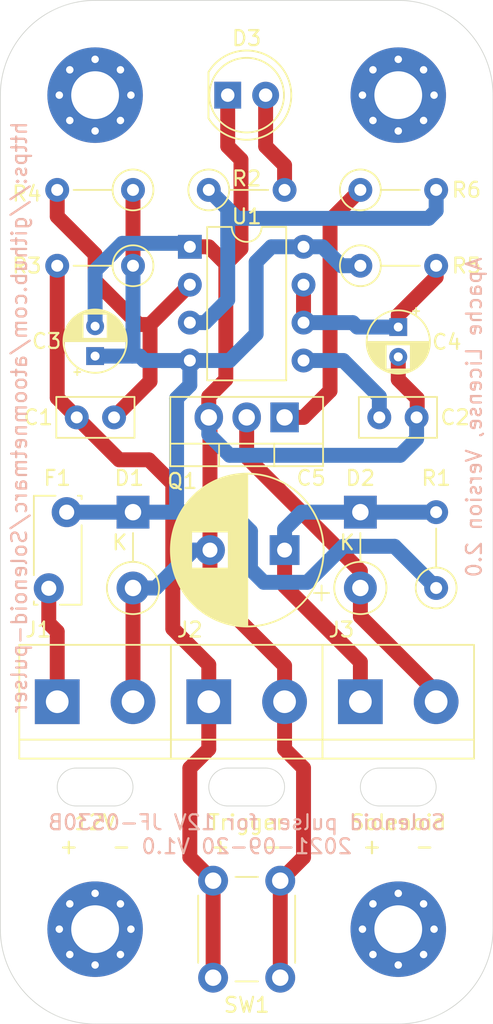
<source format=kicad_pcb>
(kicad_pcb (version 20171130) (host pcbnew "(5.1.10)-1")

  (general
    (thickness 1.6)
    (drawings 26)
    (tracks 126)
    (zones 0)
    (modules 25)
    (nets 13)
  )

  (page A4)
  (title_block
    (date 2021-09-20)
    (rev V1.0)
  )

  (layers
    (0 F.Cu signal)
    (31 B.Cu signal)
    (32 B.Adhes user hide)
    (33 F.Adhes user hide)
    (34 B.Paste user)
    (35 F.Paste user)
    (36 B.SilkS user)
    (37 F.SilkS user)
    (38 B.Mask user)
    (39 F.Mask user)
    (40 Dwgs.User user hide)
    (41 Cmts.User user hide)
    (42 Eco1.User user hide)
    (43 Eco2.User user hide)
    (44 Edge.Cuts user)
    (45 Margin user hide)
    (46 B.CrtYd user hide)
    (47 F.CrtYd user hide)
    (48 B.Fab user hide)
    (49 F.Fab user hide)
  )

  (setup
    (last_trace_width 0.25)
    (user_trace_width 1)
    (trace_clearance 0.2)
    (zone_clearance 0.508)
    (zone_45_only no)
    (trace_min 0.2)
    (via_size 0.8)
    (via_drill 0.4)
    (via_min_size 0.4)
    (via_min_drill 0.3)
    (user_via 1.6 0.8)
    (uvia_size 0.3)
    (uvia_drill 0.1)
    (uvias_allowed no)
    (uvia_min_size 0.2)
    (uvia_min_drill 0.1)
    (edge_width 0.05)
    (segment_width 0.2)
    (pcb_text_width 0.3)
    (pcb_text_size 1.5 1.5)
    (mod_edge_width 0.12)
    (mod_text_size 1 1)
    (mod_text_width 0.15)
    (pad_size 1.524 1.524)
    (pad_drill 0.762)
    (pad_to_mask_clearance 0)
    (aux_axis_origin 0 0)
    (visible_elements 7FFFFFFF)
    (pcbplotparams
      (layerselection 0x010fc_ffffffff)
      (usegerberextensions true)
      (usegerberattributes false)
      (usegerberadvancedattributes false)
      (creategerberjobfile false)
      (excludeedgelayer true)
      (linewidth 0.100000)
      (plotframeref false)
      (viasonmask false)
      (mode 1)
      (useauxorigin false)
      (hpglpennumber 1)
      (hpglpenspeed 20)
      (hpglpendiameter 15.000000)
      (psnegative false)
      (psa4output false)
      (plotreference true)
      (plotvalue false)
      (plotinvisibletext false)
      (padsonsilk false)
      (subtractmaskfromsilk true)
      (outputformat 1)
      (mirror false)
      (drillshape 0)
      (scaleselection 1)
      (outputdirectory "gerber"))
  )

  (net 0 "")
  (net 1 /trigger)
  (net 2 "Net-(C1-Pad1)")
  (net 3 GND)
  (net 4 "Net-(C2-Pad1)")
  (net 5 +12V)
  (net 6 "Net-(C4-Pad1)")
  (net 7 /out+)
  (net 8 VCC)
  (net 9 /out-)
  (net 10 "Net-(D3-Pad2)")
  (net 11 "Net-(Q1-Pad1)")
  (net 12 "Net-(R2-Pad1)")

  (net_class Default "This is the default net class."
    (clearance 0.2)
    (trace_width 0.25)
    (via_dia 0.8)
    (via_drill 0.4)
    (uvia_dia 0.3)
    (uvia_drill 0.1)
    (add_net +12V)
    (add_net /out+)
    (add_net /out-)
    (add_net /trigger)
    (add_net GND)
    (add_net "Net-(C1-Pad1)")
    (add_net "Net-(C2-Pad1)")
    (add_net "Net-(C4-Pad1)")
    (add_net "Net-(D3-Pad2)")
    (add_net "Net-(Q1-Pad1)")
    (add_net "Net-(R2-Pad1)")
    (add_net VCC)
  )

  (module Resistor_THT:R_Axial_DIN0207_L6.3mm_D2.5mm_P5.08mm_Vertical (layer F.Cu) (tedit 5AE5139B) (tstamp 610AE167)
    (at 116.84 54.61)
    (descr "Resistor, Axial_DIN0207 series, Axial, Vertical, pin pitch=5.08mm, 0.25W = 1/4W, length*diameter=6.3*2.5mm^2, http://cdn-reichelt.de/documents/datenblatt/B400/1_4W%23YAG.pdf")
    (tags "Resistor Axial_DIN0207 series Axial Vertical pin pitch 5.08mm 0.25W = 1/4W length 6.3mm diameter 2.5mm")
    (path /610B5733)
    (fp_text reference R6 (at 7.112 0) (layer F.SilkS)
      (effects (font (size 1 1) (thickness 0.15)))
    )
    (fp_text value 10K (at 2.54 2.37) (layer F.Fab)
      (effects (font (size 1 1) (thickness 0.15)))
    )
    (fp_line (start 6.13 -1.5) (end -1.5 -1.5) (layer F.CrtYd) (width 0.05))
    (fp_line (start 6.13 1.5) (end 6.13 -1.5) (layer F.CrtYd) (width 0.05))
    (fp_line (start -1.5 1.5) (end 6.13 1.5) (layer F.CrtYd) (width 0.05))
    (fp_line (start -1.5 -1.5) (end -1.5 1.5) (layer F.CrtYd) (width 0.05))
    (fp_line (start 1.37 0) (end 3.98 0) (layer F.SilkS) (width 0.12))
    (fp_line (start 0 0) (end 5.08 0) (layer F.Fab) (width 0.1))
    (fp_circle (center 0 0) (end 1.37 0) (layer F.SilkS) (width 0.12))
    (fp_circle (center 0 0) (end 1.25 0) (layer F.Fab) (width 0.1))
    (fp_text user %R (at 2.54 -2.37) (layer F.Fab)
      (effects (font (size 1 1) (thickness 0.15)))
    )
    (pad 2 thru_hole oval (at 5.08 0) (size 1.6 1.6) (drill 0.8) (layers *.Cu *.Mask)
      (net 12 "Net-(R2-Pad1)"))
    (pad 1 thru_hole circle (at 0 0) (size 1.6 1.6) (drill 0.8) (layers *.Cu *.Mask)
      (net 11 "Net-(Q1-Pad1)"))
    (model ${KISYS3DMOD}/Resistor_THT.3dshapes/R_Axial_DIN0207_L6.3mm_D2.5mm_P5.08mm_Vertical.wrl
      (at (xyz 0 0 0))
      (scale (xyz 1 1 1))
      (rotate (xyz 0 0 0))
    )
  )

  (module Resistor_THT:R_Axial_DIN0207_L6.3mm_D2.5mm_P5.08mm_Vertical (layer F.Cu) (tedit 5AE5139B) (tstamp 610AE150)
    (at 116.84 59.69)
    (descr "Resistor, Axial_DIN0207 series, Axial, Vertical, pin pitch=5.08mm, 0.25W = 1/4W, length*diameter=6.3*2.5mm^2, http://cdn-reichelt.de/documents/datenblatt/B400/1_4W%23YAG.pdf")
    (tags "Resistor Axial_DIN0207 series Axial Vertical pin pitch 5.08mm 0.25W = 1/4W length 6.3mm diameter 2.5mm")
    (path /6109B323)
    (fp_text reference R5 (at 7.112 0) (layer F.SilkS)
      (effects (font (size 1 1) (thickness 0.15)))
    )
    (fp_text value 10K (at 2.54 2.37) (layer F.Fab)
      (effects (font (size 1 1) (thickness 0.15)))
    )
    (fp_line (start 6.13 -1.5) (end -1.5 -1.5) (layer F.CrtYd) (width 0.05))
    (fp_line (start 6.13 1.5) (end 6.13 -1.5) (layer F.CrtYd) (width 0.05))
    (fp_line (start -1.5 1.5) (end 6.13 1.5) (layer F.CrtYd) (width 0.05))
    (fp_line (start -1.5 -1.5) (end -1.5 1.5) (layer F.CrtYd) (width 0.05))
    (fp_line (start 1.37 0) (end 3.98 0) (layer F.SilkS) (width 0.12))
    (fp_line (start 0 0) (end 5.08 0) (layer F.Fab) (width 0.1))
    (fp_circle (center 0 0) (end 1.37 0) (layer F.SilkS) (width 0.12))
    (fp_circle (center 0 0) (end 1.25 0) (layer F.Fab) (width 0.1))
    (fp_text user %R (at 2.54 -2.37) (layer F.Fab)
      (effects (font (size 1 1) (thickness 0.15)))
    )
    (pad 2 thru_hole oval (at 5.08 0) (size 1.6 1.6) (drill 0.8) (layers *.Cu *.Mask)
      (net 6 "Net-(C4-Pad1)"))
    (pad 1 thru_hole circle (at 0 0) (size 1.6 1.6) (drill 0.8) (layers *.Cu *.Mask)
      (net 5 +12V))
    (model ${KISYS3DMOD}/Resistor_THT.3dshapes/R_Axial_DIN0207_L6.3mm_D2.5mm_P5.08mm_Vertical.wrl
      (at (xyz 0 0 0))
      (scale (xyz 1 1 1))
      (rotate (xyz 0 0 0))
    )
  )

  (module Resistor_THT:R_Axial_DIN0207_L6.3mm_D2.5mm_P5.08mm_Vertical (layer F.Cu) (tedit 5AE5139B) (tstamp 610AE139)
    (at 101.6 54.61 180)
    (descr "Resistor, Axial_DIN0207 series, Axial, Vertical, pin pitch=5.08mm, 0.25W = 1/4W, length*diameter=6.3*2.5mm^2, http://cdn-reichelt.de/documents/datenblatt/B400/1_4W%23YAG.pdf")
    (tags "Resistor Axial_DIN0207 series Axial Vertical pin pitch 5.08mm 0.25W = 1/4W length 6.3mm diameter 2.5mm")
    (path /6109C367)
    (fp_text reference R4 (at 7.112 -0.254) (layer F.SilkS)
      (effects (font (size 1 1) (thickness 0.15)))
    )
    (fp_text value 10K (at 2.54 2.37) (layer F.Fab)
      (effects (font (size 1 1) (thickness 0.15)))
    )
    (fp_line (start 6.13 -1.5) (end -1.5 -1.5) (layer F.CrtYd) (width 0.05))
    (fp_line (start 6.13 1.5) (end 6.13 -1.5) (layer F.CrtYd) (width 0.05))
    (fp_line (start -1.5 1.5) (end 6.13 1.5) (layer F.CrtYd) (width 0.05))
    (fp_line (start -1.5 -1.5) (end -1.5 1.5) (layer F.CrtYd) (width 0.05))
    (fp_line (start 1.37 0) (end 3.98 0) (layer F.SilkS) (width 0.12))
    (fp_line (start 0 0) (end 5.08 0) (layer F.Fab) (width 0.1))
    (fp_circle (center 0 0) (end 1.37 0) (layer F.SilkS) (width 0.12))
    (fp_circle (center 0 0) (end 1.25 0) (layer F.Fab) (width 0.1))
    (fp_text user %R (at 2.54 -2.37) (layer F.Fab)
      (effects (font (size 1 1) (thickness 0.15)))
    )
    (pad 2 thru_hole oval (at 5.08 0 180) (size 1.6 1.6) (drill 0.8) (layers *.Cu *.Mask)
      (net 2 "Net-(C1-Pad1)"))
    (pad 1 thru_hole circle (at 0 0 180) (size 1.6 1.6) (drill 0.8) (layers *.Cu *.Mask)
      (net 5 +12V))
    (model ${KISYS3DMOD}/Resistor_THT.3dshapes/R_Axial_DIN0207_L6.3mm_D2.5mm_P5.08mm_Vertical.wrl
      (at (xyz 0 0 0))
      (scale (xyz 1 1 1))
      (rotate (xyz 0 0 0))
    )
  )

  (module Resistor_THT:R_Axial_DIN0207_L6.3mm_D2.5mm_P5.08mm_Vertical (layer F.Cu) (tedit 5AE5139B) (tstamp 610AE122)
    (at 101.6 59.69 180)
    (descr "Resistor, Axial_DIN0207 series, Axial, Vertical, pin pitch=5.08mm, 0.25W = 1/4W, length*diameter=6.3*2.5mm^2, http://cdn-reichelt.de/documents/datenblatt/B400/1_4W%23YAG.pdf")
    (tags "Resistor Axial_DIN0207 series Axial Vertical pin pitch 5.08mm 0.25W = 1/4W length 6.3mm diameter 2.5mm")
    (path /610AEA6C)
    (fp_text reference R3 (at 7.112 0) (layer F.SilkS)
      (effects (font (size 1 1) (thickness 0.15)))
    )
    (fp_text value 10K (at 2.54 2.37) (layer F.Fab)
      (effects (font (size 1 1) (thickness 0.15)))
    )
    (fp_line (start 6.13 -1.5) (end -1.5 -1.5) (layer F.CrtYd) (width 0.05))
    (fp_line (start 6.13 1.5) (end 6.13 -1.5) (layer F.CrtYd) (width 0.05))
    (fp_line (start -1.5 1.5) (end 6.13 1.5) (layer F.CrtYd) (width 0.05))
    (fp_line (start -1.5 -1.5) (end -1.5 1.5) (layer F.CrtYd) (width 0.05))
    (fp_line (start 1.37 0) (end 3.98 0) (layer F.SilkS) (width 0.12))
    (fp_line (start 0 0) (end 5.08 0) (layer F.Fab) (width 0.1))
    (fp_circle (center 0 0) (end 1.37 0) (layer F.SilkS) (width 0.12))
    (fp_circle (center 0 0) (end 1.25 0) (layer F.Fab) (width 0.1))
    (fp_text user %R (at 2.54 -2.37) (layer F.Fab)
      (effects (font (size 1 1) (thickness 0.15)))
    )
    (pad 2 thru_hole oval (at 5.08 0 180) (size 1.6 1.6) (drill 0.8) (layers *.Cu *.Mask)
      (net 1 /trigger))
    (pad 1 thru_hole circle (at 0 0 180) (size 1.6 1.6) (drill 0.8) (layers *.Cu *.Mask)
      (net 5 +12V))
    (model ${KISYS3DMOD}/Resistor_THT.3dshapes/R_Axial_DIN0207_L6.3mm_D2.5mm_P5.08mm_Vertical.wrl
      (at (xyz 0 0 0))
      (scale (xyz 1 1 1))
      (rotate (xyz 0 0 0))
    )
  )

  (module Resistor_THT:R_Axial_DIN0207_L6.3mm_D2.5mm_P5.08mm_Vertical (layer F.Cu) (tedit 5AE5139B) (tstamp 610AE10B)
    (at 106.68 54.61)
    (descr "Resistor, Axial_DIN0207 series, Axial, Vertical, pin pitch=5.08mm, 0.25W = 1/4W, length*diameter=6.3*2.5mm^2, http://cdn-reichelt.de/documents/datenblatt/B400/1_4W%23YAG.pdf")
    (tags "Resistor Axial_DIN0207 series Axial Vertical pin pitch 5.08mm 0.25W = 1/4W length 6.3mm diameter 2.5mm")
    (path /610C7C9A)
    (fp_text reference R2 (at 2.54 -0.762) (layer F.SilkS)
      (effects (font (size 1 1) (thickness 0.15)))
    )
    (fp_text value 1K (at 2.54 2.37) (layer F.Fab)
      (effects (font (size 1 1) (thickness 0.15)))
    )
    (fp_line (start 6.13 -1.5) (end -1.5 -1.5) (layer F.CrtYd) (width 0.05))
    (fp_line (start 6.13 1.5) (end 6.13 -1.5) (layer F.CrtYd) (width 0.05))
    (fp_line (start -1.5 1.5) (end 6.13 1.5) (layer F.CrtYd) (width 0.05))
    (fp_line (start -1.5 -1.5) (end -1.5 1.5) (layer F.CrtYd) (width 0.05))
    (fp_line (start 1.37 0) (end 3.98 0) (layer F.SilkS) (width 0.12))
    (fp_line (start 0 0) (end 5.08 0) (layer F.Fab) (width 0.1))
    (fp_circle (center 0 0) (end 1.37 0) (layer F.SilkS) (width 0.12))
    (fp_circle (center 0 0) (end 1.25 0) (layer F.Fab) (width 0.1))
    (fp_text user %R (at 2.54 -2.37) (layer F.Fab)
      (effects (font (size 1 1) (thickness 0.15)))
    )
    (pad 2 thru_hole oval (at 5.08 0) (size 1.6 1.6) (drill 0.8) (layers *.Cu *.Mask)
      (net 10 "Net-(D3-Pad2)"))
    (pad 1 thru_hole circle (at 0 0) (size 1.6 1.6) (drill 0.8) (layers *.Cu *.Mask)
      (net 12 "Net-(R2-Pad1)"))
    (model ${KISYS3DMOD}/Resistor_THT.3dshapes/R_Axial_DIN0207_L6.3mm_D2.5mm_P5.08mm_Vertical.wrl
      (at (xyz 0 0 0))
      (scale (xyz 1 1 1))
      (rotate (xyz 0 0 0))
    )
  )

  (module Resistor_THT:R_Axial_DIN0207_L6.3mm_D2.5mm_P5.08mm_Vertical (layer F.Cu) (tedit 5AE5139B) (tstamp 610AE0F4)
    (at 121.92 81.28 90)
    (descr "Resistor, Axial_DIN0207 series, Axial, Vertical, pin pitch=5.08mm, 0.25W = 1/4W, length*diameter=6.3*2.5mm^2, http://cdn-reichelt.de/documents/datenblatt/B400/1_4W%23YAG.pdf")
    (tags "Resistor Axial_DIN0207 series Axial Vertical pin pitch 5.08mm 0.25W = 1/4W length 6.3mm diameter 2.5mm")
    (path /610BEB76)
    (fp_text reference R1 (at 7.366 0) (layer F.SilkS)
      (effects (font (size 1 1) (thickness 0.15)))
    )
    (fp_text value 100R (at 2.54 2.37 90) (layer F.Fab)
      (effects (font (size 1 1) (thickness 0.15)))
    )
    (fp_line (start 6.13 -1.5) (end -1.5 -1.5) (layer F.CrtYd) (width 0.05))
    (fp_line (start 6.13 1.5) (end 6.13 -1.5) (layer F.CrtYd) (width 0.05))
    (fp_line (start -1.5 1.5) (end 6.13 1.5) (layer F.CrtYd) (width 0.05))
    (fp_line (start -1.5 -1.5) (end -1.5 1.5) (layer F.CrtYd) (width 0.05))
    (fp_line (start 1.37 0) (end 3.98 0) (layer F.SilkS) (width 0.12))
    (fp_line (start 0 0) (end 5.08 0) (layer F.Fab) (width 0.1))
    (fp_circle (center 0 0) (end 1.37 0) (layer F.SilkS) (width 0.12))
    (fp_circle (center 0 0) (end 1.25 0) (layer F.Fab) (width 0.1))
    (fp_text user %R (at 2.54 -2.37 90) (layer F.Fab)
      (effects (font (size 1 1) (thickness 0.15)))
    )
    (pad 2 thru_hole oval (at 5.08 0 90) (size 1.6 1.6) (drill 0.8) (layers *.Cu *.Mask)
      (net 7 /out+))
    (pad 1 thru_hole circle (at 0 0 90) (size 1.6 1.6) (drill 0.8) (layers *.Cu *.Mask)
      (net 5 +12V))
    (model ${KISYS3DMOD}/Resistor_THT.3dshapes/R_Axial_DIN0207_L6.3mm_D2.5mm_P5.08mm_Vertical.wrl
      (at (xyz 0 0 0))
      (scale (xyz 1 1 1))
      (rotate (xyz 0 0 0))
    )
  )

  (module Diode_THT:D_DO-41_SOD81_P5.08mm_Vertical_KathodeUp (layer F.Cu) (tedit 5AE50CD5) (tstamp 610AE0B1)
    (at 116.84 76.2 270)
    (descr "Diode, DO-41_SOD81 series, Axial, Vertical, pin pitch=5.08mm, , length*diameter=5.2*2.7mm^2, , http://www.diodes.com/_files/packages/DO-41%20(Plastic).pdf")
    (tags "Diode DO-41_SOD81 series Axial Vertical pin pitch 5.08mm  length 5.2mm diameter 2.7mm")
    (path /610C211C)
    (fp_text reference D2 (at -2.286 0) (layer F.SilkS)
      (effects (font (size 1 1) (thickness 0.15)))
    )
    (fp_text value 1N5819 (at 2.54 2.750635 90) (layer F.Fab)
      (effects (font (size 1 1) (thickness 0.15)))
    )
    (fp_line (start 6.68 -1.6) (end -1.35 -1.6) (layer F.CrtYd) (width 0.05))
    (fp_line (start 6.68 1.6) (end 6.68 -1.6) (layer F.CrtYd) (width 0.05))
    (fp_line (start -1.35 1.6) (end 6.68 1.6) (layer F.CrtYd) (width 0.05))
    (fp_line (start -1.35 -1.6) (end -1.35 1.6) (layer F.CrtYd) (width 0.05))
    (fp_line (start 3.329365 0) (end 1.4 0) (layer F.SilkS) (width 0.12))
    (fp_line (start 0 0) (end 5.08 0) (layer F.Fab) (width 0.1))
    (fp_circle (center 5.08 0) (end 6.830635 0) (layer F.SilkS) (width 0.12))
    (fp_circle (center 5.08 0) (end 6.43 0) (layer F.Fab) (width 0.1))
    (fp_text user K (at 2.032 0.889 180) (layer F.SilkS)
      (effects (font (size 1 1) (thickness 0.15)))
    )
    (fp_text user K (at 1.8 1.1 90) (layer F.Fab)
      (effects (font (size 1 1) (thickness 0.15)))
    )
    (fp_text user %R (at 2.54 -2.750635 90) (layer F.Fab)
      (effects (font (size 1 1) (thickness 0.15)))
    )
    (pad 2 thru_hole oval (at 5.08 0 270) (size 2.2 2.2) (drill 1.1) (layers *.Cu *.Mask)
      (net 9 /out-))
    (pad 1 thru_hole rect (at 0 0 270) (size 2.2 2.2) (drill 1.1) (layers *.Cu *.Mask)
      (net 7 /out+))
    (model ${KISYS3DMOD}/Diode_THT.3dshapes/D_DO-41_SOD81_P5.08mm_Vertical_KathodeUp.wrl
      (at (xyz 0 0 0))
      (scale (xyz 1 1 1))
      (rotate (xyz 0 0 0))
    )
  )

  (module Diode_THT:D_DO-41_SOD81_P5.08mm_Vertical_KathodeUp (layer F.Cu) (tedit 5AE50CD5) (tstamp 610AE092)
    (at 101.6 76.2 270)
    (descr "Diode, DO-41_SOD81 series, Axial, Vertical, pin pitch=5.08mm, , length*diameter=5.2*2.7mm^2, , http://www.diodes.com/_files/packages/DO-41%20(Plastic).pdf")
    (tags "Diode DO-41_SOD81 series Axial Vertical pin pitch 5.08mm  length 5.2mm diameter 2.7mm")
    (path /610A051C)
    (fp_text reference D1 (at -2.286 0.254) (layer F.SilkS)
      (effects (font (size 1 1) (thickness 0.15)))
    )
    (fp_text value 1N5819 (at 2.54 2.750635 90) (layer F.Fab)
      (effects (font (size 1 1) (thickness 0.15)))
    )
    (fp_line (start 6.68 -1.6) (end -1.35 -1.6) (layer F.CrtYd) (width 0.05))
    (fp_line (start 6.68 1.6) (end 6.68 -1.6) (layer F.CrtYd) (width 0.05))
    (fp_line (start -1.35 1.6) (end 6.68 1.6) (layer F.CrtYd) (width 0.05))
    (fp_line (start -1.35 -1.6) (end -1.35 1.6) (layer F.CrtYd) (width 0.05))
    (fp_line (start 3.329365 0) (end 1.4 0) (layer F.SilkS) (width 0.12))
    (fp_line (start 0 0) (end 5.08 0) (layer F.Fab) (width 0.1))
    (fp_circle (center 5.08 0) (end 6.830635 0) (layer F.SilkS) (width 0.12))
    (fp_circle (center 5.08 0) (end 6.43 0) (layer F.Fab) (width 0.1))
    (fp_text user K (at 2.032 0.889 180) (layer F.SilkS)
      (effects (font (size 1 1) (thickness 0.15)))
    )
    (fp_text user K (at 1.8 1.1 90) (layer F.Fab)
      (effects (font (size 1 1) (thickness 0.15)))
    )
    (fp_text user %R (at 2.54 -2.750635 90) (layer F.Fab)
      (effects (font (size 1 1) (thickness 0.15)))
    )
    (pad 2 thru_hole oval (at 5.08 0 270) (size 2.2 2.2) (drill 1.1) (layers *.Cu *.Mask)
      (net 3 GND))
    (pad 1 thru_hole rect (at 0 0 270) (size 2.2 2.2) (drill 1.1) (layers *.Cu *.Mask)
      (net 5 +12V))
    (model ${KISYS3DMOD}/Diode_THT.3dshapes/D_DO-41_SOD81_P5.08mm_Vertical_KathodeUp.wrl
      (at (xyz 0 0 0))
      (scale (xyz 1 1 1))
      (rotate (xyz 0 0 0))
    )
  )

  (module Package_TO_SOT_THT:TO-220-3_Vertical (layer F.Cu) (tedit 5AC8BA0D) (tstamp 610AE0DD)
    (at 111.76 69.85 180)
    (descr "TO-220-3, Vertical, RM 2.54mm, see https://www.vishay.com/docs/66542/to-220-1.pdf")
    (tags "TO-220-3 Vertical RM 2.54mm")
    (path /610B66F4)
    (fp_text reference Q1 (at 6.858 -4.27) (layer F.SilkS)
      (effects (font (size 1 1) (thickness 0.15)))
    )
    (fp_text value TIP122 (at 2.54 2.5) (layer F.Fab)
      (effects (font (size 1 1) (thickness 0.15)))
    )
    (fp_line (start 7.79 -3.4) (end -2.71 -3.4) (layer F.CrtYd) (width 0.05))
    (fp_line (start 7.79 1.51) (end 7.79 -3.4) (layer F.CrtYd) (width 0.05))
    (fp_line (start -2.71 1.51) (end 7.79 1.51) (layer F.CrtYd) (width 0.05))
    (fp_line (start -2.71 -3.4) (end -2.71 1.51) (layer F.CrtYd) (width 0.05))
    (fp_line (start 4.391 -3.27) (end 4.391 -1.76) (layer F.SilkS) (width 0.12))
    (fp_line (start 0.69 -3.27) (end 0.69 -1.76) (layer F.SilkS) (width 0.12))
    (fp_line (start -2.58 -1.76) (end 7.66 -1.76) (layer F.SilkS) (width 0.12))
    (fp_line (start 7.66 -3.27) (end 7.66 1.371) (layer F.SilkS) (width 0.12))
    (fp_line (start -2.58 -3.27) (end -2.58 1.371) (layer F.SilkS) (width 0.12))
    (fp_line (start -2.58 1.371) (end 7.66 1.371) (layer F.SilkS) (width 0.12))
    (fp_line (start -2.58 -3.27) (end 7.66 -3.27) (layer F.SilkS) (width 0.12))
    (fp_line (start 4.39 -3.15) (end 4.39 -1.88) (layer F.Fab) (width 0.1))
    (fp_line (start 0.69 -3.15) (end 0.69 -1.88) (layer F.Fab) (width 0.1))
    (fp_line (start -2.46 -1.88) (end 7.54 -1.88) (layer F.Fab) (width 0.1))
    (fp_line (start 7.54 -3.15) (end -2.46 -3.15) (layer F.Fab) (width 0.1))
    (fp_line (start 7.54 1.25) (end 7.54 -3.15) (layer F.Fab) (width 0.1))
    (fp_line (start -2.46 1.25) (end 7.54 1.25) (layer F.Fab) (width 0.1))
    (fp_line (start -2.46 -3.15) (end -2.46 1.25) (layer F.Fab) (width 0.1))
    (fp_text user %R (at 2.54 -4.27) (layer F.Fab)
      (effects (font (size 1 1) (thickness 0.15)))
    )
    (pad 3 thru_hole oval (at 5.08 0 180) (size 1.905 2) (drill 1.1) (layers *.Cu *.Mask)
      (net 3 GND))
    (pad 2 thru_hole oval (at 2.54 0 180) (size 1.905 2) (drill 1.1) (layers *.Cu *.Mask)
      (net 9 /out-))
    (pad 1 thru_hole rect (at 0 0 180) (size 1.905 2) (drill 1.1) (layers *.Cu *.Mask)
      (net 11 "Net-(Q1-Pad1)"))
    (model ${KISYS3DMOD}/Package_TO_SOT_THT.3dshapes/TO-220-3_Vertical.wrl
      (at (xyz 0 0 0))
      (scale (xyz 1 1 1))
      (rotate (xyz 0 0 0))
    )
  )

  (module MountingHole:MountingHole_3.2mm_M3_Pad_Via (layer F.Cu) (tedit 56DDBCCA) (tstamp 610DC9BA)
    (at 119.38 48.26 90)
    (descr "Mounting Hole 3.2mm, M3")
    (tags "mounting hole 3.2mm m3")
    (path /6110EF7C)
    (attr virtual)
    (fp_text reference H4 (at 0 -4.2 90) (layer F.SilkS) hide
      (effects (font (size 1 1) (thickness 0.15)))
    )
    (fp_text value MountingHole (at 0 4.2 90) (layer F.Fab)
      (effects (font (size 1 1) (thickness 0.15)))
    )
    (fp_circle (center 0 0) (end 3.45 0) (layer F.CrtYd) (width 0.05))
    (fp_circle (center 0 0) (end 3.2 0) (layer Cmts.User) (width 0.15))
    (fp_text user %R (at 0.3 0 90) (layer F.Fab)
      (effects (font (size 1 1) (thickness 0.15)))
    )
    (pad 1 thru_hole circle (at 1.697056 -1.697056 90) (size 0.8 0.8) (drill 0.5) (layers *.Cu *.Mask))
    (pad 1 thru_hole circle (at 0 -2.4 90) (size 0.8 0.8) (drill 0.5) (layers *.Cu *.Mask))
    (pad 1 thru_hole circle (at -1.697056 -1.697056 90) (size 0.8 0.8) (drill 0.5) (layers *.Cu *.Mask))
    (pad 1 thru_hole circle (at -2.4 0 90) (size 0.8 0.8) (drill 0.5) (layers *.Cu *.Mask))
    (pad 1 thru_hole circle (at -1.697056 1.697056 90) (size 0.8 0.8) (drill 0.5) (layers *.Cu *.Mask))
    (pad 1 thru_hole circle (at 0 2.4 90) (size 0.8 0.8) (drill 0.5) (layers *.Cu *.Mask))
    (pad 1 thru_hole circle (at 1.697056 1.697056 90) (size 0.8 0.8) (drill 0.5) (layers *.Cu *.Mask))
    (pad 1 thru_hole circle (at 2.4 0 90) (size 0.8 0.8) (drill 0.5) (layers *.Cu *.Mask))
    (pad 1 thru_hole circle (at 0 0 90) (size 6.4 6.4) (drill 3.2) (layers *.Cu *.Mask))
  )

  (module MountingHole:MountingHole_3.2mm_M3_Pad_Via (layer F.Cu) (tedit 56DDBCCA) (tstamp 610DC9AA)
    (at 99.06 48.26 90)
    (descr "Mounting Hole 3.2mm, M3")
    (tags "mounting hole 3.2mm m3")
    (path /6110EDB4)
    (attr virtual)
    (fp_text reference H3 (at 0 -4.2 90) (layer F.SilkS) hide
      (effects (font (size 1 1) (thickness 0.15)))
    )
    (fp_text value MountingHole (at 0 4.2 90) (layer F.Fab)
      (effects (font (size 1 1) (thickness 0.15)))
    )
    (fp_circle (center 0 0) (end 3.45 0) (layer F.CrtYd) (width 0.05))
    (fp_circle (center 0 0) (end 3.2 0) (layer Cmts.User) (width 0.15))
    (fp_text user %R (at 0.3 0 90) (layer F.Fab)
      (effects (font (size 1 1) (thickness 0.15)))
    )
    (pad 1 thru_hole circle (at 1.697056 -1.697056 90) (size 0.8 0.8) (drill 0.5) (layers *.Cu *.Mask))
    (pad 1 thru_hole circle (at 0 -2.4 90) (size 0.8 0.8) (drill 0.5) (layers *.Cu *.Mask))
    (pad 1 thru_hole circle (at -1.697056 -1.697056 90) (size 0.8 0.8) (drill 0.5) (layers *.Cu *.Mask))
    (pad 1 thru_hole circle (at -2.4 0 90) (size 0.8 0.8) (drill 0.5) (layers *.Cu *.Mask))
    (pad 1 thru_hole circle (at -1.697056 1.697056 90) (size 0.8 0.8) (drill 0.5) (layers *.Cu *.Mask))
    (pad 1 thru_hole circle (at 0 2.4 90) (size 0.8 0.8) (drill 0.5) (layers *.Cu *.Mask))
    (pad 1 thru_hole circle (at 1.697056 1.697056 90) (size 0.8 0.8) (drill 0.5) (layers *.Cu *.Mask))
    (pad 1 thru_hole circle (at 2.4 0 90) (size 0.8 0.8) (drill 0.5) (layers *.Cu *.Mask))
    (pad 1 thru_hole circle (at 0 0 90) (size 6.4 6.4) (drill 3.2) (layers *.Cu *.Mask))
  )

  (module MountingHole:MountingHole_3.2mm_M3_Pad_Via (layer F.Cu) (tedit 56DDBCCA) (tstamp 610DC99A)
    (at 119.38 104.14 90)
    (descr "Mounting Hole 3.2mm, M3")
    (tags "mounting hole 3.2mm m3")
    (path /6110EC38)
    (attr virtual)
    (fp_text reference H2 (at 0 -4.2 90) (layer F.SilkS) hide
      (effects (font (size 1 1) (thickness 0.15)))
    )
    (fp_text value MountingHole (at 0 4.2 90) (layer F.Fab)
      (effects (font (size 1 1) (thickness 0.15)))
    )
    (fp_circle (center 0 0) (end 3.45 0) (layer F.CrtYd) (width 0.05))
    (fp_circle (center 0 0) (end 3.2 0) (layer Cmts.User) (width 0.15))
    (fp_text user %R (at 0.3 0 90) (layer F.Fab)
      (effects (font (size 1 1) (thickness 0.15)))
    )
    (pad 1 thru_hole circle (at 1.697056 -1.697056 90) (size 0.8 0.8) (drill 0.5) (layers *.Cu *.Mask))
    (pad 1 thru_hole circle (at 0 -2.4 90) (size 0.8 0.8) (drill 0.5) (layers *.Cu *.Mask))
    (pad 1 thru_hole circle (at -1.697056 -1.697056 90) (size 0.8 0.8) (drill 0.5) (layers *.Cu *.Mask))
    (pad 1 thru_hole circle (at -2.4 0 90) (size 0.8 0.8) (drill 0.5) (layers *.Cu *.Mask))
    (pad 1 thru_hole circle (at -1.697056 1.697056 90) (size 0.8 0.8) (drill 0.5) (layers *.Cu *.Mask))
    (pad 1 thru_hole circle (at 0 2.4 90) (size 0.8 0.8) (drill 0.5) (layers *.Cu *.Mask))
    (pad 1 thru_hole circle (at 1.697056 1.697056 90) (size 0.8 0.8) (drill 0.5) (layers *.Cu *.Mask))
    (pad 1 thru_hole circle (at 2.4 0 90) (size 0.8 0.8) (drill 0.5) (layers *.Cu *.Mask))
    (pad 1 thru_hole circle (at 0 0 90) (size 6.4 6.4) (drill 3.2) (layers *.Cu *.Mask))
  )

  (module MountingHole:MountingHole_3.2mm_M3_Pad_Via (layer F.Cu) (tedit 56DDBCCA) (tstamp 610DC98A)
    (at 99.06 104.14 90)
    (descr "Mounting Hole 3.2mm, M3")
    (tags "mounting hole 3.2mm m3")
    (path /6110DF55)
    (attr virtual)
    (fp_text reference H1 (at 0 -4.2 90) (layer F.SilkS) hide
      (effects (font (size 1 1) (thickness 0.15)))
    )
    (fp_text value MountingHole (at 0 4.2 90) (layer F.Fab)
      (effects (font (size 1 1) (thickness 0.15)))
    )
    (fp_circle (center 0 0) (end 3.45 0) (layer F.CrtYd) (width 0.05))
    (fp_circle (center 0 0) (end 3.2 0) (layer Cmts.User) (width 0.15))
    (fp_text user %R (at 0.3 0 90) (layer F.Fab)
      (effects (font (size 1 1) (thickness 0.15)))
    )
    (pad 1 thru_hole circle (at 1.697056 -1.697056 90) (size 0.8 0.8) (drill 0.5) (layers *.Cu *.Mask))
    (pad 1 thru_hole circle (at 0 -2.4 90) (size 0.8 0.8) (drill 0.5) (layers *.Cu *.Mask))
    (pad 1 thru_hole circle (at -1.697056 -1.697056 90) (size 0.8 0.8) (drill 0.5) (layers *.Cu *.Mask))
    (pad 1 thru_hole circle (at -2.4 0 90) (size 0.8 0.8) (drill 0.5) (layers *.Cu *.Mask))
    (pad 1 thru_hole circle (at -1.697056 1.697056 90) (size 0.8 0.8) (drill 0.5) (layers *.Cu *.Mask))
    (pad 1 thru_hole circle (at 0 2.4 90) (size 0.8 0.8) (drill 0.5) (layers *.Cu *.Mask))
    (pad 1 thru_hole circle (at 1.697056 1.697056 90) (size 0.8 0.8) (drill 0.5) (layers *.Cu *.Mask))
    (pad 1 thru_hole circle (at 2.4 0 90) (size 0.8 0.8) (drill 0.5) (layers *.Cu *.Mask))
    (pad 1 thru_hole circle (at 0 0 90) (size 6.4 6.4) (drill 3.2) (layers *.Cu *.Mask))
  )

  (module Fuse:Fuse_Bourns_MF-RG300 (layer F.Cu) (tedit 5B8F0E50) (tstamp 610DB3AC)
    (at 97.155 76.2 270)
    (descr "PTC Resettable Fuse, Ihold = 3.0A, Itrip=5.1A, http://www.bourns.com/docs/Product-Datasheets/mfrg.pdf")
    (tags "ptc resettable fuse polyfuse THT")
    (path /610E819B)
    (fp_text reference F1 (at -2.286 0.635 180) (layer F.SilkS)
      (effects (font (size 1 1) (thickness 0.15)))
    )
    (fp_text value "Polyfuse 50mA/16V" (at 2.55 3.1 90) (layer F.Fab)
      (effects (font (size 1 1) (thickness 0.15)))
    )
    (fp_line (start 6.35 -1.15) (end -1.25 -1.15) (layer F.CrtYd) (width 0.05))
    (fp_line (start 6.35 2.35) (end 6.35 -1.15) (layer F.CrtYd) (width 0.05))
    (fp_line (start -1.25 2.35) (end 6.35 2.35) (layer F.CrtYd) (width 0.05))
    (fp_line (start -1.25 -1.15) (end -1.25 2.35) (layer F.CrtYd) (width 0.05))
    (fp_line (start 6.2 1.95) (end 6.2 2.2) (layer F.SilkS) (width 0.12))
    (fp_line (start 6.2 -1) (end 6.2 0.451) (layer F.SilkS) (width 0.12))
    (fp_line (start -1.1 0.75) (end -1.1 2.2) (layer F.SilkS) (width 0.12))
    (fp_line (start -1.1 -1) (end -1.1 -0.75) (layer F.SilkS) (width 0.12))
    (fp_line (start 5.979 2.2) (end 6.2 2.2) (layer F.SilkS) (width 0.12))
    (fp_line (start -1.1 2.2) (end 4.222 2.2) (layer F.SilkS) (width 0.12))
    (fp_line (start 0.879 -1) (end 6.2 -1) (layer F.SilkS) (width 0.12))
    (fp_line (start -1.1 -1) (end -0.879 -1) (layer F.SilkS) (width 0.12))
    (fp_line (start 6.1 -0.9) (end -1 -0.9) (layer F.Fab) (width 0.1))
    (fp_line (start 6.1 2.1) (end 6.1 -0.9) (layer F.Fab) (width 0.1))
    (fp_line (start -1 2.1) (end 6.1 2.1) (layer F.Fab) (width 0.1))
    (fp_line (start -1 -0.9) (end -1 2.1) (layer F.Fab) (width 0.1))
    (fp_text user %R (at 2.55 0.6 90) (layer F.Fab)
      (effects (font (size 1 1) (thickness 0.15)))
    )
    (pad 2 thru_hole circle (at 5.1 1.2 270) (size 2.01 2.01) (drill 1.01) (layers *.Cu *.Mask)
      (net 8 VCC))
    (pad 1 thru_hole circle (at 0 0 270) (size 2.01 2.01) (drill 1.01) (layers *.Cu *.Mask)
      (net 5 +12V))
    (model ${KISYS3DMOD}/Fuse.3dshapes/Fuse_Bourns_MF-RG300.wrl
      (at (xyz 0 0 0))
      (scale (xyz 1 1 1))
      (rotate (xyz 0 0 0))
    )
  )

  (module TerminalBlock:TerminalBlock_bornier-2_P5.08mm (layer F.Cu) (tedit 59FF03AB) (tstamp 610DA64F)
    (at 116.84 88.9)
    (descr "simple 2-pin terminal block, pitch 5.08mm, revamped version of bornier2")
    (tags "terminal block bornier2")
    (path /610D99CC)
    (fp_text reference J3 (at -1.27 -4.826) (layer F.SilkS)
      (effects (font (size 1 1) (thickness 0.15)))
    )
    (fp_text value Screw_Terminal_01x02 (at 2.54 5.08) (layer F.Fab)
      (effects (font (size 1 1) (thickness 0.15)))
    )
    (fp_line (start 7.79 4) (end -2.71 4) (layer F.CrtYd) (width 0.05))
    (fp_line (start 7.79 4) (end 7.79 -4) (layer F.CrtYd) (width 0.05))
    (fp_line (start -2.71 -4) (end -2.71 4) (layer F.CrtYd) (width 0.05))
    (fp_line (start -2.71 -4) (end 7.79 -4) (layer F.CrtYd) (width 0.05))
    (fp_line (start -2.54 3.81) (end 7.62 3.81) (layer F.SilkS) (width 0.12))
    (fp_line (start -2.54 -3.81) (end -2.54 3.81) (layer F.SilkS) (width 0.12))
    (fp_line (start 7.62 -3.81) (end -2.54 -3.81) (layer F.SilkS) (width 0.12))
    (fp_line (start 7.62 3.81) (end 7.62 -3.81) (layer F.SilkS) (width 0.12))
    (fp_line (start 7.62 2.54) (end -2.54 2.54) (layer F.SilkS) (width 0.12))
    (fp_line (start 7.54 -3.75) (end -2.46 -3.75) (layer F.Fab) (width 0.1))
    (fp_line (start 7.54 3.75) (end 7.54 -3.75) (layer F.Fab) (width 0.1))
    (fp_line (start -2.46 3.75) (end 7.54 3.75) (layer F.Fab) (width 0.1))
    (fp_line (start -2.46 -3.75) (end -2.46 3.75) (layer F.Fab) (width 0.1))
    (fp_line (start -2.41 2.55) (end 7.49 2.55) (layer F.Fab) (width 0.1))
    (fp_text user %R (at 2.54 0) (layer F.Fab)
      (effects (font (size 1 1) (thickness 0.15)))
    )
    (pad 2 thru_hole circle (at 5.08 0) (size 3 3) (drill 1.52) (layers *.Cu *.Mask)
      (net 9 /out-))
    (pad 1 thru_hole rect (at 0 0) (size 3 3) (drill 1.52) (layers *.Cu *.Mask)
      (net 7 /out+))
    (model ${KISYS3DMOD}/TerminalBlock.3dshapes/TerminalBlock_bornier-2_P5.08mm.wrl
      (offset (xyz 2.539999961853027 0 0))
      (scale (xyz 1 1 1))
      (rotate (xyz 0 0 0))
    )
  )

  (module TerminalBlock:TerminalBlock_bornier-2_P5.08mm (layer F.Cu) (tedit 59FF03AB) (tstamp 610DA63A)
    (at 106.68 88.9)
    (descr "simple 2-pin terminal block, pitch 5.08mm, revamped version of bornier2")
    (tags "terminal block bornier2")
    (path /610D507F)
    (fp_text reference J2 (at -1.27 -4.826) (layer F.SilkS)
      (effects (font (size 1 1) (thickness 0.15)))
    )
    (fp_text value Screw_Terminal_01x02 (at 2.54 5.08) (layer F.Fab)
      (effects (font (size 1 1) (thickness 0.15)))
    )
    (fp_line (start 7.79 4) (end -2.71 4) (layer F.CrtYd) (width 0.05))
    (fp_line (start 7.79 4) (end 7.79 -4) (layer F.CrtYd) (width 0.05))
    (fp_line (start -2.71 -4) (end -2.71 4) (layer F.CrtYd) (width 0.05))
    (fp_line (start -2.71 -4) (end 7.79 -4) (layer F.CrtYd) (width 0.05))
    (fp_line (start -2.54 3.81) (end 7.62 3.81) (layer F.SilkS) (width 0.12))
    (fp_line (start -2.54 -3.81) (end -2.54 3.81) (layer F.SilkS) (width 0.12))
    (fp_line (start 7.62 -3.81) (end -2.54 -3.81) (layer F.SilkS) (width 0.12))
    (fp_line (start 7.62 3.81) (end 7.62 -3.81) (layer F.SilkS) (width 0.12))
    (fp_line (start 7.62 2.54) (end -2.54 2.54) (layer F.SilkS) (width 0.12))
    (fp_line (start 7.54 -3.75) (end -2.46 -3.75) (layer F.Fab) (width 0.1))
    (fp_line (start 7.54 3.75) (end 7.54 -3.75) (layer F.Fab) (width 0.1))
    (fp_line (start -2.46 3.75) (end 7.54 3.75) (layer F.Fab) (width 0.1))
    (fp_line (start -2.46 -3.75) (end -2.46 3.75) (layer F.Fab) (width 0.1))
    (fp_line (start -2.41 2.55) (end 7.49 2.55) (layer F.Fab) (width 0.1))
    (fp_text user %R (at 2.54 0) (layer F.Fab)
      (effects (font (size 1 1) (thickness 0.15)))
    )
    (pad 2 thru_hole circle (at 5.08 0) (size 3 3) (drill 1.52) (layers *.Cu *.Mask)
      (net 3 GND))
    (pad 1 thru_hole rect (at 0 0) (size 3 3) (drill 1.52) (layers *.Cu *.Mask)
      (net 1 /trigger))
    (model ${KISYS3DMOD}/TerminalBlock.3dshapes/TerminalBlock_bornier-2_P5.08mm.wrl
      (offset (xyz 2.539999961853027 0 0))
      (scale (xyz 1 1 1))
      (rotate (xyz 0 0 0))
    )
  )

  (module TerminalBlock:TerminalBlock_bornier-2_P5.08mm (layer F.Cu) (tedit 59FF03AB) (tstamp 610DA625)
    (at 96.52 88.9)
    (descr "simple 2-pin terminal block, pitch 5.08mm, revamped version of bornier2")
    (tags "terminal block bornier2")
    (path /610DD636)
    (fp_text reference J1 (at -1.27 -4.826) (layer F.SilkS)
      (effects (font (size 1 1) (thickness 0.15)))
    )
    (fp_text value Screw_Terminal_01x02 (at 2.54 5.08) (layer F.Fab)
      (effects (font (size 1 1) (thickness 0.15)))
    )
    (fp_line (start 7.79 4) (end -2.71 4) (layer F.CrtYd) (width 0.05))
    (fp_line (start 7.79 4) (end 7.79 -4) (layer F.CrtYd) (width 0.05))
    (fp_line (start -2.71 -4) (end -2.71 4) (layer F.CrtYd) (width 0.05))
    (fp_line (start -2.71 -4) (end 7.79 -4) (layer F.CrtYd) (width 0.05))
    (fp_line (start -2.54 3.81) (end 7.62 3.81) (layer F.SilkS) (width 0.12))
    (fp_line (start -2.54 -3.81) (end -2.54 3.81) (layer F.SilkS) (width 0.12))
    (fp_line (start 7.62 -3.81) (end -2.54 -3.81) (layer F.SilkS) (width 0.12))
    (fp_line (start 7.62 3.81) (end 7.62 -3.81) (layer F.SilkS) (width 0.12))
    (fp_line (start 7.62 2.54) (end -2.54 2.54) (layer F.SilkS) (width 0.12))
    (fp_line (start 7.54 -3.75) (end -2.46 -3.75) (layer F.Fab) (width 0.1))
    (fp_line (start 7.54 3.75) (end 7.54 -3.75) (layer F.Fab) (width 0.1))
    (fp_line (start -2.46 3.75) (end 7.54 3.75) (layer F.Fab) (width 0.1))
    (fp_line (start -2.46 -3.75) (end -2.46 3.75) (layer F.Fab) (width 0.1))
    (fp_line (start -2.41 2.55) (end 7.49 2.55) (layer F.Fab) (width 0.1))
    (fp_text user %R (at 2.54 0) (layer F.Fab)
      (effects (font (size 1 1) (thickness 0.15)))
    )
    (pad 2 thru_hole circle (at 5.08 0) (size 3 3) (drill 1.52) (layers *.Cu *.Mask)
      (net 3 GND))
    (pad 1 thru_hole rect (at 0 0) (size 3 3) (drill 1.52) (layers *.Cu *.Mask)
      (net 8 VCC))
    (model ${KISYS3DMOD}/TerminalBlock.3dshapes/TerminalBlock_bornier-2_P5.08mm.wrl
      (offset (xyz 2.539999961853027 0 0))
      (scale (xyz 1 1 1))
      (rotate (xyz 0 0 0))
    )
  )

  (module Package_DIP:DIP-8_W7.62mm (layer F.Cu) (tedit 5A02E8C5) (tstamp 610AE1A2)
    (at 105.41 58.42)
    (descr "8-lead though-hole mounted DIP package, row spacing 7.62 mm (300 mils)")
    (tags "THT DIP DIL PDIP 2.54mm 7.62mm 300mil")
    (path /61097D03)
    (fp_text reference U1 (at 3.81 -2.032) (layer F.SilkS)
      (effects (font (size 1 1) (thickness 0.15)))
    )
    (fp_text value NE555P (at 3.81 9.95) (layer F.Fab)
      (effects (font (size 1 1) (thickness 0.15)))
    )
    (fp_line (start 1.635 -1.27) (end 6.985 -1.27) (layer F.Fab) (width 0.1))
    (fp_line (start 6.985 -1.27) (end 6.985 8.89) (layer F.Fab) (width 0.1))
    (fp_line (start 6.985 8.89) (end 0.635 8.89) (layer F.Fab) (width 0.1))
    (fp_line (start 0.635 8.89) (end 0.635 -0.27) (layer F.Fab) (width 0.1))
    (fp_line (start 0.635 -0.27) (end 1.635 -1.27) (layer F.Fab) (width 0.1))
    (fp_line (start 2.81 -1.33) (end 1.16 -1.33) (layer F.SilkS) (width 0.12))
    (fp_line (start 1.16 -1.33) (end 1.16 8.95) (layer F.SilkS) (width 0.12))
    (fp_line (start 1.16 8.95) (end 6.46 8.95) (layer F.SilkS) (width 0.12))
    (fp_line (start 6.46 8.95) (end 6.46 -1.33) (layer F.SilkS) (width 0.12))
    (fp_line (start 6.46 -1.33) (end 4.81 -1.33) (layer F.SilkS) (width 0.12))
    (fp_line (start -1.1 -1.55) (end -1.1 9.15) (layer F.CrtYd) (width 0.05))
    (fp_line (start -1.1 9.15) (end 8.7 9.15) (layer F.CrtYd) (width 0.05))
    (fp_line (start 8.7 9.15) (end 8.7 -1.55) (layer F.CrtYd) (width 0.05))
    (fp_line (start 8.7 -1.55) (end -1.1 -1.55) (layer F.CrtYd) (width 0.05))
    (fp_text user %R (at 3.81 3.81) (layer F.Fab)
      (effects (font (size 1 1) (thickness 0.15)))
    )
    (fp_arc (start 3.81 -1.33) (end 2.81 -1.33) (angle -180) (layer F.SilkS) (width 0.12))
    (pad 8 thru_hole oval (at 7.62 0) (size 1.6 1.6) (drill 0.8) (layers *.Cu *.Mask)
      (net 5 +12V))
    (pad 4 thru_hole oval (at 0 7.62) (size 1.6 1.6) (drill 0.8) (layers *.Cu *.Mask)
      (net 5 +12V))
    (pad 7 thru_hole oval (at 7.62 2.54) (size 1.6 1.6) (drill 0.8) (layers *.Cu *.Mask)
      (net 6 "Net-(C4-Pad1)"))
    (pad 3 thru_hole oval (at 0 5.08) (size 1.6 1.6) (drill 0.8) (layers *.Cu *.Mask)
      (net 12 "Net-(R2-Pad1)"))
    (pad 6 thru_hole oval (at 7.62 5.08) (size 1.6 1.6) (drill 0.8) (layers *.Cu *.Mask)
      (net 6 "Net-(C4-Pad1)"))
    (pad 2 thru_hole oval (at 0 2.54) (size 1.6 1.6) (drill 0.8) (layers *.Cu *.Mask)
      (net 2 "Net-(C1-Pad1)"))
    (pad 5 thru_hole oval (at 7.62 7.62) (size 1.6 1.6) (drill 0.8) (layers *.Cu *.Mask)
      (net 4 "Net-(C2-Pad1)"))
    (pad 1 thru_hole rect (at 0 0) (size 1.6 1.6) (drill 0.8) (layers *.Cu *.Mask)
      (net 3 GND))
    (model ${KISYS3DMOD}/Package_DIP.3dshapes/DIP-8_W7.62mm.wrl
      (at (xyz 0 0 0))
      (scale (xyz 1 1 1))
      (rotate (xyz 0 0 0))
    )
  )

  (module Button_Switch_THT:SW_PUSH_6mm (layer F.Cu) (tedit 5A02FE31) (tstamp 610AE186)
    (at 111.47 100.89 270)
    (descr https://www.omron.com/ecb/products/pdf/en-b3f.pdf)
    (tags "tact sw push 6mm")
    (path /6109E4FF)
    (fp_text reference SW1 (at 8.33 2.25 unlocked) (layer F.SilkS)
      (effects (font (size 1 1) (thickness 0.15)))
    )
    (fp_text value SW_Push (at 3.75 6.7 90) (layer F.Fab)
      (effects (font (size 1 1) (thickness 0.15)))
    )
    (fp_line (start 3.25 -0.75) (end 6.25 -0.75) (layer F.Fab) (width 0.1))
    (fp_line (start 6.25 -0.75) (end 6.25 5.25) (layer F.Fab) (width 0.1))
    (fp_line (start 6.25 5.25) (end 0.25 5.25) (layer F.Fab) (width 0.1))
    (fp_line (start 0.25 5.25) (end 0.25 -0.75) (layer F.Fab) (width 0.1))
    (fp_line (start 0.25 -0.75) (end 3.25 -0.75) (layer F.Fab) (width 0.1))
    (fp_line (start 7.75 6) (end 8 6) (layer F.CrtYd) (width 0.05))
    (fp_line (start 8 6) (end 8 5.75) (layer F.CrtYd) (width 0.05))
    (fp_line (start 7.75 -1.5) (end 8 -1.5) (layer F.CrtYd) (width 0.05))
    (fp_line (start 8 -1.5) (end 8 -1.25) (layer F.CrtYd) (width 0.05))
    (fp_line (start -1.5 -1.25) (end -1.5 -1.5) (layer F.CrtYd) (width 0.05))
    (fp_line (start -1.5 -1.5) (end -1.25 -1.5) (layer F.CrtYd) (width 0.05))
    (fp_line (start -1.5 5.75) (end -1.5 6) (layer F.CrtYd) (width 0.05))
    (fp_line (start -1.5 6) (end -1.25 6) (layer F.CrtYd) (width 0.05))
    (fp_line (start -1.25 -1.5) (end 7.75 -1.5) (layer F.CrtYd) (width 0.05))
    (fp_line (start -1.5 5.75) (end -1.5 -1.25) (layer F.CrtYd) (width 0.05))
    (fp_line (start 7.75 6) (end -1.25 6) (layer F.CrtYd) (width 0.05))
    (fp_line (start 8 -1.25) (end 8 5.75) (layer F.CrtYd) (width 0.05))
    (fp_line (start 1 5.5) (end 5.5 5.5) (layer F.SilkS) (width 0.12))
    (fp_line (start -0.25 1.5) (end -0.25 3) (layer F.SilkS) (width 0.12))
    (fp_line (start 5.5 -1) (end 1 -1) (layer F.SilkS) (width 0.12))
    (fp_line (start 6.75 3) (end 6.75 1.5) (layer F.SilkS) (width 0.12))
    (fp_circle (center 3.25 2.25) (end 1.25 2.5) (layer F.Fab) (width 0.1))
    (fp_text user %R (at 3.25 2.25 90) (layer F.Fab)
      (effects (font (size 1 1) (thickness 0.15)))
    )
    (pad 1 thru_hole circle (at 6.5 0) (size 2 2) (drill 1.1) (layers *.Cu *.Mask)
      (net 3 GND))
    (pad 2 thru_hole circle (at 6.5 4.5) (size 2 2) (drill 1.1) (layers *.Cu *.Mask)
      (net 1 /trigger))
    (pad 1 thru_hole circle (at 0 0) (size 2 2) (drill 1.1) (layers *.Cu *.Mask)
      (net 3 GND))
    (pad 2 thru_hole circle (at 0 4.5) (size 2 2) (drill 1.1) (layers *.Cu *.Mask)
      (net 1 /trigger))
    (model ${KISYS3DMOD}/Button_Switch_THT.3dshapes/SW_PUSH_6mm.wrl
      (at (xyz 0 0 0))
      (scale (xyz 1 1 1))
      (rotate (xyz 0 0 0))
    )
  )

  (module LED_THT:LED_D5.0mm (layer F.Cu) (tedit 5995936A) (tstamp 610AE0C3)
    (at 107.95 48.26)
    (descr "LED, diameter 5.0mm, 2 pins, http://cdn-reichelt.de/documents/datenblatt/A500/LL-504BC2E-009.pdf")
    (tags "LED diameter 5.0mm 2 pins")
    (path /610C5F68)
    (fp_text reference D3 (at 1.27 -3.81) (layer F.SilkS)
      (effects (font (size 1 1) (thickness 0.15)))
    )
    (fp_text value Red (at 1.27 3.96) (layer F.Fab)
      (effects (font (size 1 1) (thickness 0.15)))
    )
    (fp_circle (center 1.27 0) (end 3.77 0) (layer F.Fab) (width 0.1))
    (fp_circle (center 1.27 0) (end 3.77 0) (layer F.SilkS) (width 0.12))
    (fp_line (start -1.23 -1.469694) (end -1.23 1.469694) (layer F.Fab) (width 0.1))
    (fp_line (start -1.29 -1.545) (end -1.29 1.545) (layer F.SilkS) (width 0.12))
    (fp_line (start -1.95 -3.25) (end -1.95 3.25) (layer F.CrtYd) (width 0.05))
    (fp_line (start -1.95 3.25) (end 4.5 3.25) (layer F.CrtYd) (width 0.05))
    (fp_line (start 4.5 3.25) (end 4.5 -3.25) (layer F.CrtYd) (width 0.05))
    (fp_line (start 4.5 -3.25) (end -1.95 -3.25) (layer F.CrtYd) (width 0.05))
    (fp_text user %R (at 1.25 0) (layer F.Fab)
      (effects (font (size 0.8 0.8) (thickness 0.2)))
    )
    (fp_arc (start 1.27 0) (end -1.29 1.54483) (angle -148.9) (layer F.SilkS) (width 0.12))
    (fp_arc (start 1.27 0) (end -1.29 -1.54483) (angle 148.9) (layer F.SilkS) (width 0.12))
    (fp_arc (start 1.27 0) (end -1.23 -1.469694) (angle 299.1) (layer F.Fab) (width 0.1))
    (pad 2 thru_hole circle (at 2.54 0) (size 1.8 1.8) (drill 0.9) (layers *.Cu *.Mask)
      (net 10 "Net-(D3-Pad2)"))
    (pad 1 thru_hole rect (at 0 0) (size 1.8 1.8) (drill 0.9) (layers *.Cu *.Mask)
      (net 3 GND))
    (model ${KISYS3DMOD}/LED_THT.3dshapes/LED_D5.0mm.wrl
      (at (xyz 0 0 0))
      (scale (xyz 1 1 1))
      (rotate (xyz 0 0 0))
    )
  )

  (module Capacitor_THT:CP_Radial_D10.0mm_P5.00mm (layer F.Cu) (tedit 5AE50EF1) (tstamp 610AE073)
    (at 111.76 78.74 180)
    (descr "CP, Radial series, Radial, pin pitch=5.00mm, , diameter=10mm, Electrolytic Capacitor")
    (tags "CP Radial series Radial pin pitch 5.00mm  diameter 10mm Electrolytic Capacitor")
    (path /610BBF98)
    (fp_text reference C5 (at -1.778 4.826) (layer F.SilkS)
      (effects (font (size 1 1) (thickness 0.15)))
    )
    (fp_text value 2200uF/16V (at 2.5 6.25) (layer F.Fab)
      (effects (font (size 1 1) (thickness 0.15)))
    )
    (fp_circle (center 2.5 0) (end 7.5 0) (layer F.Fab) (width 0.1))
    (fp_circle (center 2.5 0) (end 7.62 0) (layer F.SilkS) (width 0.12))
    (fp_circle (center 2.5 0) (end 7.75 0) (layer F.CrtYd) (width 0.05))
    (fp_line (start -1.788861 -2.1875) (end -0.788861 -2.1875) (layer F.Fab) (width 0.1))
    (fp_line (start -1.288861 -2.6875) (end -1.288861 -1.6875) (layer F.Fab) (width 0.1))
    (fp_line (start 2.5 -5.08) (end 2.5 5.08) (layer F.SilkS) (width 0.12))
    (fp_line (start 2.54 -5.08) (end 2.54 5.08) (layer F.SilkS) (width 0.12))
    (fp_line (start 2.58 -5.08) (end 2.58 5.08) (layer F.SilkS) (width 0.12))
    (fp_line (start 2.62 -5.079) (end 2.62 5.079) (layer F.SilkS) (width 0.12))
    (fp_line (start 2.66 -5.078) (end 2.66 5.078) (layer F.SilkS) (width 0.12))
    (fp_line (start 2.7 -5.077) (end 2.7 5.077) (layer F.SilkS) (width 0.12))
    (fp_line (start 2.74 -5.075) (end 2.74 5.075) (layer F.SilkS) (width 0.12))
    (fp_line (start 2.78 -5.073) (end 2.78 5.073) (layer F.SilkS) (width 0.12))
    (fp_line (start 2.82 -5.07) (end 2.82 5.07) (layer F.SilkS) (width 0.12))
    (fp_line (start 2.86 -5.068) (end 2.86 5.068) (layer F.SilkS) (width 0.12))
    (fp_line (start 2.9 -5.065) (end 2.9 5.065) (layer F.SilkS) (width 0.12))
    (fp_line (start 2.94 -5.062) (end 2.94 5.062) (layer F.SilkS) (width 0.12))
    (fp_line (start 2.98 -5.058) (end 2.98 5.058) (layer F.SilkS) (width 0.12))
    (fp_line (start 3.02 -5.054) (end 3.02 5.054) (layer F.SilkS) (width 0.12))
    (fp_line (start 3.06 -5.05) (end 3.06 5.05) (layer F.SilkS) (width 0.12))
    (fp_line (start 3.1 -5.045) (end 3.1 5.045) (layer F.SilkS) (width 0.12))
    (fp_line (start 3.14 -5.04) (end 3.14 5.04) (layer F.SilkS) (width 0.12))
    (fp_line (start 3.18 -5.035) (end 3.18 5.035) (layer F.SilkS) (width 0.12))
    (fp_line (start 3.221 -5.03) (end 3.221 5.03) (layer F.SilkS) (width 0.12))
    (fp_line (start 3.261 -5.024) (end 3.261 5.024) (layer F.SilkS) (width 0.12))
    (fp_line (start 3.301 -5.018) (end 3.301 5.018) (layer F.SilkS) (width 0.12))
    (fp_line (start 3.341 -5.011) (end 3.341 5.011) (layer F.SilkS) (width 0.12))
    (fp_line (start 3.381 -5.004) (end 3.381 5.004) (layer F.SilkS) (width 0.12))
    (fp_line (start 3.421 -4.997) (end 3.421 4.997) (layer F.SilkS) (width 0.12))
    (fp_line (start 3.461 -4.99) (end 3.461 4.99) (layer F.SilkS) (width 0.12))
    (fp_line (start 3.501 -4.982) (end 3.501 4.982) (layer F.SilkS) (width 0.12))
    (fp_line (start 3.541 -4.974) (end 3.541 4.974) (layer F.SilkS) (width 0.12))
    (fp_line (start 3.581 -4.965) (end 3.581 4.965) (layer F.SilkS) (width 0.12))
    (fp_line (start 3.621 -4.956) (end 3.621 4.956) (layer F.SilkS) (width 0.12))
    (fp_line (start 3.661 -4.947) (end 3.661 4.947) (layer F.SilkS) (width 0.12))
    (fp_line (start 3.701 -4.938) (end 3.701 4.938) (layer F.SilkS) (width 0.12))
    (fp_line (start 3.741 -4.928) (end 3.741 4.928) (layer F.SilkS) (width 0.12))
    (fp_line (start 3.781 -4.918) (end 3.781 -1.241) (layer F.SilkS) (width 0.12))
    (fp_line (start 3.781 1.241) (end 3.781 4.918) (layer F.SilkS) (width 0.12))
    (fp_line (start 3.821 -4.907) (end 3.821 -1.241) (layer F.SilkS) (width 0.12))
    (fp_line (start 3.821 1.241) (end 3.821 4.907) (layer F.SilkS) (width 0.12))
    (fp_line (start 3.861 -4.897) (end 3.861 -1.241) (layer F.SilkS) (width 0.12))
    (fp_line (start 3.861 1.241) (end 3.861 4.897) (layer F.SilkS) (width 0.12))
    (fp_line (start 3.901 -4.885) (end 3.901 -1.241) (layer F.SilkS) (width 0.12))
    (fp_line (start 3.901 1.241) (end 3.901 4.885) (layer F.SilkS) (width 0.12))
    (fp_line (start 3.941 -4.874) (end 3.941 -1.241) (layer F.SilkS) (width 0.12))
    (fp_line (start 3.941 1.241) (end 3.941 4.874) (layer F.SilkS) (width 0.12))
    (fp_line (start 3.981 -4.862) (end 3.981 -1.241) (layer F.SilkS) (width 0.12))
    (fp_line (start 3.981 1.241) (end 3.981 4.862) (layer F.SilkS) (width 0.12))
    (fp_line (start 4.021 -4.85) (end 4.021 -1.241) (layer F.SilkS) (width 0.12))
    (fp_line (start 4.021 1.241) (end 4.021 4.85) (layer F.SilkS) (width 0.12))
    (fp_line (start 4.061 -4.837) (end 4.061 -1.241) (layer F.SilkS) (width 0.12))
    (fp_line (start 4.061 1.241) (end 4.061 4.837) (layer F.SilkS) (width 0.12))
    (fp_line (start 4.101 -4.824) (end 4.101 -1.241) (layer F.SilkS) (width 0.12))
    (fp_line (start 4.101 1.241) (end 4.101 4.824) (layer F.SilkS) (width 0.12))
    (fp_line (start 4.141 -4.811) (end 4.141 -1.241) (layer F.SilkS) (width 0.12))
    (fp_line (start 4.141 1.241) (end 4.141 4.811) (layer F.SilkS) (width 0.12))
    (fp_line (start 4.181 -4.797) (end 4.181 -1.241) (layer F.SilkS) (width 0.12))
    (fp_line (start 4.181 1.241) (end 4.181 4.797) (layer F.SilkS) (width 0.12))
    (fp_line (start 4.221 -4.783) (end 4.221 -1.241) (layer F.SilkS) (width 0.12))
    (fp_line (start 4.221 1.241) (end 4.221 4.783) (layer F.SilkS) (width 0.12))
    (fp_line (start 4.261 -4.768) (end 4.261 -1.241) (layer F.SilkS) (width 0.12))
    (fp_line (start 4.261 1.241) (end 4.261 4.768) (layer F.SilkS) (width 0.12))
    (fp_line (start 4.301 -4.754) (end 4.301 -1.241) (layer F.SilkS) (width 0.12))
    (fp_line (start 4.301 1.241) (end 4.301 4.754) (layer F.SilkS) (width 0.12))
    (fp_line (start 4.341 -4.738) (end 4.341 -1.241) (layer F.SilkS) (width 0.12))
    (fp_line (start 4.341 1.241) (end 4.341 4.738) (layer F.SilkS) (width 0.12))
    (fp_line (start 4.381 -4.723) (end 4.381 -1.241) (layer F.SilkS) (width 0.12))
    (fp_line (start 4.381 1.241) (end 4.381 4.723) (layer F.SilkS) (width 0.12))
    (fp_line (start 4.421 -4.707) (end 4.421 -1.241) (layer F.SilkS) (width 0.12))
    (fp_line (start 4.421 1.241) (end 4.421 4.707) (layer F.SilkS) (width 0.12))
    (fp_line (start 4.461 -4.69) (end 4.461 -1.241) (layer F.SilkS) (width 0.12))
    (fp_line (start 4.461 1.241) (end 4.461 4.69) (layer F.SilkS) (width 0.12))
    (fp_line (start 4.501 -4.674) (end 4.501 -1.241) (layer F.SilkS) (width 0.12))
    (fp_line (start 4.501 1.241) (end 4.501 4.674) (layer F.SilkS) (width 0.12))
    (fp_line (start 4.541 -4.657) (end 4.541 -1.241) (layer F.SilkS) (width 0.12))
    (fp_line (start 4.541 1.241) (end 4.541 4.657) (layer F.SilkS) (width 0.12))
    (fp_line (start 4.581 -4.639) (end 4.581 -1.241) (layer F.SilkS) (width 0.12))
    (fp_line (start 4.581 1.241) (end 4.581 4.639) (layer F.SilkS) (width 0.12))
    (fp_line (start 4.621 -4.621) (end 4.621 -1.241) (layer F.SilkS) (width 0.12))
    (fp_line (start 4.621 1.241) (end 4.621 4.621) (layer F.SilkS) (width 0.12))
    (fp_line (start 4.661 -4.603) (end 4.661 -1.241) (layer F.SilkS) (width 0.12))
    (fp_line (start 4.661 1.241) (end 4.661 4.603) (layer F.SilkS) (width 0.12))
    (fp_line (start 4.701 -4.584) (end 4.701 -1.241) (layer F.SilkS) (width 0.12))
    (fp_line (start 4.701 1.241) (end 4.701 4.584) (layer F.SilkS) (width 0.12))
    (fp_line (start 4.741 -4.564) (end 4.741 -1.241) (layer F.SilkS) (width 0.12))
    (fp_line (start 4.741 1.241) (end 4.741 4.564) (layer F.SilkS) (width 0.12))
    (fp_line (start 4.781 -4.545) (end 4.781 -1.241) (layer F.SilkS) (width 0.12))
    (fp_line (start 4.781 1.241) (end 4.781 4.545) (layer F.SilkS) (width 0.12))
    (fp_line (start 4.821 -4.525) (end 4.821 -1.241) (layer F.SilkS) (width 0.12))
    (fp_line (start 4.821 1.241) (end 4.821 4.525) (layer F.SilkS) (width 0.12))
    (fp_line (start 4.861 -4.504) (end 4.861 -1.241) (layer F.SilkS) (width 0.12))
    (fp_line (start 4.861 1.241) (end 4.861 4.504) (layer F.SilkS) (width 0.12))
    (fp_line (start 4.901 -4.483) (end 4.901 -1.241) (layer F.SilkS) (width 0.12))
    (fp_line (start 4.901 1.241) (end 4.901 4.483) (layer F.SilkS) (width 0.12))
    (fp_line (start 4.941 -4.462) (end 4.941 -1.241) (layer F.SilkS) (width 0.12))
    (fp_line (start 4.941 1.241) (end 4.941 4.462) (layer F.SilkS) (width 0.12))
    (fp_line (start 4.981 -4.44) (end 4.981 -1.241) (layer F.SilkS) (width 0.12))
    (fp_line (start 4.981 1.241) (end 4.981 4.44) (layer F.SilkS) (width 0.12))
    (fp_line (start 5.021 -4.417) (end 5.021 -1.241) (layer F.SilkS) (width 0.12))
    (fp_line (start 5.021 1.241) (end 5.021 4.417) (layer F.SilkS) (width 0.12))
    (fp_line (start 5.061 -4.395) (end 5.061 -1.241) (layer F.SilkS) (width 0.12))
    (fp_line (start 5.061 1.241) (end 5.061 4.395) (layer F.SilkS) (width 0.12))
    (fp_line (start 5.101 -4.371) (end 5.101 -1.241) (layer F.SilkS) (width 0.12))
    (fp_line (start 5.101 1.241) (end 5.101 4.371) (layer F.SilkS) (width 0.12))
    (fp_line (start 5.141 -4.347) (end 5.141 -1.241) (layer F.SilkS) (width 0.12))
    (fp_line (start 5.141 1.241) (end 5.141 4.347) (layer F.SilkS) (width 0.12))
    (fp_line (start 5.181 -4.323) (end 5.181 -1.241) (layer F.SilkS) (width 0.12))
    (fp_line (start 5.181 1.241) (end 5.181 4.323) (layer F.SilkS) (width 0.12))
    (fp_line (start 5.221 -4.298) (end 5.221 -1.241) (layer F.SilkS) (width 0.12))
    (fp_line (start 5.221 1.241) (end 5.221 4.298) (layer F.SilkS) (width 0.12))
    (fp_line (start 5.261 -4.273) (end 5.261 -1.241) (layer F.SilkS) (width 0.12))
    (fp_line (start 5.261 1.241) (end 5.261 4.273) (layer F.SilkS) (width 0.12))
    (fp_line (start 5.301 -4.247) (end 5.301 -1.241) (layer F.SilkS) (width 0.12))
    (fp_line (start 5.301 1.241) (end 5.301 4.247) (layer F.SilkS) (width 0.12))
    (fp_line (start 5.341 -4.221) (end 5.341 -1.241) (layer F.SilkS) (width 0.12))
    (fp_line (start 5.341 1.241) (end 5.341 4.221) (layer F.SilkS) (width 0.12))
    (fp_line (start 5.381 -4.194) (end 5.381 -1.241) (layer F.SilkS) (width 0.12))
    (fp_line (start 5.381 1.241) (end 5.381 4.194) (layer F.SilkS) (width 0.12))
    (fp_line (start 5.421 -4.166) (end 5.421 -1.241) (layer F.SilkS) (width 0.12))
    (fp_line (start 5.421 1.241) (end 5.421 4.166) (layer F.SilkS) (width 0.12))
    (fp_line (start 5.461 -4.138) (end 5.461 -1.241) (layer F.SilkS) (width 0.12))
    (fp_line (start 5.461 1.241) (end 5.461 4.138) (layer F.SilkS) (width 0.12))
    (fp_line (start 5.501 -4.11) (end 5.501 -1.241) (layer F.SilkS) (width 0.12))
    (fp_line (start 5.501 1.241) (end 5.501 4.11) (layer F.SilkS) (width 0.12))
    (fp_line (start 5.541 -4.08) (end 5.541 -1.241) (layer F.SilkS) (width 0.12))
    (fp_line (start 5.541 1.241) (end 5.541 4.08) (layer F.SilkS) (width 0.12))
    (fp_line (start 5.581 -4.05) (end 5.581 -1.241) (layer F.SilkS) (width 0.12))
    (fp_line (start 5.581 1.241) (end 5.581 4.05) (layer F.SilkS) (width 0.12))
    (fp_line (start 5.621 -4.02) (end 5.621 -1.241) (layer F.SilkS) (width 0.12))
    (fp_line (start 5.621 1.241) (end 5.621 4.02) (layer F.SilkS) (width 0.12))
    (fp_line (start 5.661 -3.989) (end 5.661 -1.241) (layer F.SilkS) (width 0.12))
    (fp_line (start 5.661 1.241) (end 5.661 3.989) (layer F.SilkS) (width 0.12))
    (fp_line (start 5.701 -3.957) (end 5.701 -1.241) (layer F.SilkS) (width 0.12))
    (fp_line (start 5.701 1.241) (end 5.701 3.957) (layer F.SilkS) (width 0.12))
    (fp_line (start 5.741 -3.925) (end 5.741 -1.241) (layer F.SilkS) (width 0.12))
    (fp_line (start 5.741 1.241) (end 5.741 3.925) (layer F.SilkS) (width 0.12))
    (fp_line (start 5.781 -3.892) (end 5.781 -1.241) (layer F.SilkS) (width 0.12))
    (fp_line (start 5.781 1.241) (end 5.781 3.892) (layer F.SilkS) (width 0.12))
    (fp_line (start 5.821 -3.858) (end 5.821 -1.241) (layer F.SilkS) (width 0.12))
    (fp_line (start 5.821 1.241) (end 5.821 3.858) (layer F.SilkS) (width 0.12))
    (fp_line (start 5.861 -3.824) (end 5.861 -1.241) (layer F.SilkS) (width 0.12))
    (fp_line (start 5.861 1.241) (end 5.861 3.824) (layer F.SilkS) (width 0.12))
    (fp_line (start 5.901 -3.789) (end 5.901 -1.241) (layer F.SilkS) (width 0.12))
    (fp_line (start 5.901 1.241) (end 5.901 3.789) (layer F.SilkS) (width 0.12))
    (fp_line (start 5.941 -3.753) (end 5.941 -1.241) (layer F.SilkS) (width 0.12))
    (fp_line (start 5.941 1.241) (end 5.941 3.753) (layer F.SilkS) (width 0.12))
    (fp_line (start 5.981 -3.716) (end 5.981 -1.241) (layer F.SilkS) (width 0.12))
    (fp_line (start 5.981 1.241) (end 5.981 3.716) (layer F.SilkS) (width 0.12))
    (fp_line (start 6.021 -3.679) (end 6.021 -1.241) (layer F.SilkS) (width 0.12))
    (fp_line (start 6.021 1.241) (end 6.021 3.679) (layer F.SilkS) (width 0.12))
    (fp_line (start 6.061 -3.64) (end 6.061 -1.241) (layer F.SilkS) (width 0.12))
    (fp_line (start 6.061 1.241) (end 6.061 3.64) (layer F.SilkS) (width 0.12))
    (fp_line (start 6.101 -3.601) (end 6.101 -1.241) (layer F.SilkS) (width 0.12))
    (fp_line (start 6.101 1.241) (end 6.101 3.601) (layer F.SilkS) (width 0.12))
    (fp_line (start 6.141 -3.561) (end 6.141 -1.241) (layer F.SilkS) (width 0.12))
    (fp_line (start 6.141 1.241) (end 6.141 3.561) (layer F.SilkS) (width 0.12))
    (fp_line (start 6.181 -3.52) (end 6.181 -1.241) (layer F.SilkS) (width 0.12))
    (fp_line (start 6.181 1.241) (end 6.181 3.52) (layer F.SilkS) (width 0.12))
    (fp_line (start 6.221 -3.478) (end 6.221 -1.241) (layer F.SilkS) (width 0.12))
    (fp_line (start 6.221 1.241) (end 6.221 3.478) (layer F.SilkS) (width 0.12))
    (fp_line (start 6.261 -3.436) (end 6.261 3.436) (layer F.SilkS) (width 0.12))
    (fp_line (start 6.301 -3.392) (end 6.301 3.392) (layer F.SilkS) (width 0.12))
    (fp_line (start 6.341 -3.347) (end 6.341 3.347) (layer F.SilkS) (width 0.12))
    (fp_line (start 6.381 -3.301) (end 6.381 3.301) (layer F.SilkS) (width 0.12))
    (fp_line (start 6.421 -3.254) (end 6.421 3.254) (layer F.SilkS) (width 0.12))
    (fp_line (start 6.461 -3.206) (end 6.461 3.206) (layer F.SilkS) (width 0.12))
    (fp_line (start 6.501 -3.156) (end 6.501 3.156) (layer F.SilkS) (width 0.12))
    (fp_line (start 6.541 -3.106) (end 6.541 3.106) (layer F.SilkS) (width 0.12))
    (fp_line (start 6.581 -3.054) (end 6.581 3.054) (layer F.SilkS) (width 0.12))
    (fp_line (start 6.621 -3) (end 6.621 3) (layer F.SilkS) (width 0.12))
    (fp_line (start 6.661 -2.945) (end 6.661 2.945) (layer F.SilkS) (width 0.12))
    (fp_line (start 6.701 -2.889) (end 6.701 2.889) (layer F.SilkS) (width 0.12))
    (fp_line (start 6.741 -2.83) (end 6.741 2.83) (layer F.SilkS) (width 0.12))
    (fp_line (start 6.781 -2.77) (end 6.781 2.77) (layer F.SilkS) (width 0.12))
    (fp_line (start 6.821 -2.709) (end 6.821 2.709) (layer F.SilkS) (width 0.12))
    (fp_line (start 6.861 -2.645) (end 6.861 2.645) (layer F.SilkS) (width 0.12))
    (fp_line (start 6.901 -2.579) (end 6.901 2.579) (layer F.SilkS) (width 0.12))
    (fp_line (start 6.941 -2.51) (end 6.941 2.51) (layer F.SilkS) (width 0.12))
    (fp_line (start 6.981 -2.439) (end 6.981 2.439) (layer F.SilkS) (width 0.12))
    (fp_line (start 7.021 -2.365) (end 7.021 2.365) (layer F.SilkS) (width 0.12))
    (fp_line (start 7.061 -2.289) (end 7.061 2.289) (layer F.SilkS) (width 0.12))
    (fp_line (start 7.101 -2.209) (end 7.101 2.209) (layer F.SilkS) (width 0.12))
    (fp_line (start 7.141 -2.125) (end 7.141 2.125) (layer F.SilkS) (width 0.12))
    (fp_line (start 7.181 -2.037) (end 7.181 2.037) (layer F.SilkS) (width 0.12))
    (fp_line (start 7.221 -1.944) (end 7.221 1.944) (layer F.SilkS) (width 0.12))
    (fp_line (start 7.261 -1.846) (end 7.261 1.846) (layer F.SilkS) (width 0.12))
    (fp_line (start 7.301 -1.742) (end 7.301 1.742) (layer F.SilkS) (width 0.12))
    (fp_line (start 7.341 -1.63) (end 7.341 1.63) (layer F.SilkS) (width 0.12))
    (fp_line (start 7.381 -1.51) (end 7.381 1.51) (layer F.SilkS) (width 0.12))
    (fp_line (start 7.421 -1.378) (end 7.421 1.378) (layer F.SilkS) (width 0.12))
    (fp_line (start 7.461 -1.23) (end 7.461 1.23) (layer F.SilkS) (width 0.12))
    (fp_line (start 7.501 -1.062) (end 7.501 1.062) (layer F.SilkS) (width 0.12))
    (fp_line (start 7.541 -0.862) (end 7.541 0.862) (layer F.SilkS) (width 0.12))
    (fp_line (start 7.581 -0.599) (end 7.581 0.599) (layer F.SilkS) (width 0.12))
    (fp_line (start -2.979646 -2.875) (end -1.979646 -2.875) (layer F.SilkS) (width 0.12))
    (fp_line (start -2.479646 -3.375) (end -2.479646 -2.375) (layer F.SilkS) (width 0.12))
    (fp_text user %R (at 2.5 0) (layer F.Fab)
      (effects (font (size 1 1) (thickness 0.15)))
    )
    (pad 2 thru_hole circle (at 5 0 180) (size 2 2) (drill 1) (layers *.Cu *.Mask)
      (net 3 GND))
    (pad 1 thru_hole rect (at 0 0 180) (size 2 2) (drill 1) (layers *.Cu *.Mask)
      (net 7 /out+))
    (model ${KISYS3DMOD}/Capacitor_THT.3dshapes/CP_Radial_D10.0mm_P5.00mm.wrl
      (at (xyz 0 0 0))
      (scale (xyz 1 1 1))
      (rotate (xyz 0 0 0))
    )
  )

  (module Capacitor_THT:CP_Radial_D4.0mm_P2.00mm (layer F.Cu) (tedit 5AE50EF0) (tstamp 610ADFA7)
    (at 119.38 63.797401 270)
    (descr "CP, Radial series, Radial, pin pitch=2.00mm, , diameter=4mm, Electrolytic Capacitor")
    (tags "CP Radial series Radial pin pitch 2.00mm  diameter 4mm Electrolytic Capacitor")
    (path /6109A693)
    (fp_text reference C4 (at 1 -3.25 180) (layer F.SilkS)
      (effects (font (size 1 1) (thickness 0.15)))
    )
    (fp_text value 2.2uF/16V (at 1 3.25 90) (layer F.Fab)
      (effects (font (size 1 1) (thickness 0.15)))
    )
    (fp_circle (center 1 0) (end 3 0) (layer F.Fab) (width 0.1))
    (fp_circle (center 1 0) (end 3.12 0) (layer F.SilkS) (width 0.12))
    (fp_circle (center 1 0) (end 3.25 0) (layer F.CrtYd) (width 0.05))
    (fp_line (start -0.702554 -0.8675) (end -0.302554 -0.8675) (layer F.Fab) (width 0.1))
    (fp_line (start -0.502554 -1.0675) (end -0.502554 -0.6675) (layer F.Fab) (width 0.1))
    (fp_line (start 1 -2.08) (end 1 2.08) (layer F.SilkS) (width 0.12))
    (fp_line (start 1.04 -2.08) (end 1.04 2.08) (layer F.SilkS) (width 0.12))
    (fp_line (start 1.08 -2.079) (end 1.08 2.079) (layer F.SilkS) (width 0.12))
    (fp_line (start 1.12 -2.077) (end 1.12 2.077) (layer F.SilkS) (width 0.12))
    (fp_line (start 1.16 -2.074) (end 1.16 2.074) (layer F.SilkS) (width 0.12))
    (fp_line (start 1.2 -2.071) (end 1.2 -0.84) (layer F.SilkS) (width 0.12))
    (fp_line (start 1.2 0.84) (end 1.2 2.071) (layer F.SilkS) (width 0.12))
    (fp_line (start 1.24 -2.067) (end 1.24 -0.84) (layer F.SilkS) (width 0.12))
    (fp_line (start 1.24 0.84) (end 1.24 2.067) (layer F.SilkS) (width 0.12))
    (fp_line (start 1.28 -2.062) (end 1.28 -0.84) (layer F.SilkS) (width 0.12))
    (fp_line (start 1.28 0.84) (end 1.28 2.062) (layer F.SilkS) (width 0.12))
    (fp_line (start 1.32 -2.056) (end 1.32 -0.84) (layer F.SilkS) (width 0.12))
    (fp_line (start 1.32 0.84) (end 1.32 2.056) (layer F.SilkS) (width 0.12))
    (fp_line (start 1.36 -2.05) (end 1.36 -0.84) (layer F.SilkS) (width 0.12))
    (fp_line (start 1.36 0.84) (end 1.36 2.05) (layer F.SilkS) (width 0.12))
    (fp_line (start 1.4 -2.042) (end 1.4 -0.84) (layer F.SilkS) (width 0.12))
    (fp_line (start 1.4 0.84) (end 1.4 2.042) (layer F.SilkS) (width 0.12))
    (fp_line (start 1.44 -2.034) (end 1.44 -0.84) (layer F.SilkS) (width 0.12))
    (fp_line (start 1.44 0.84) (end 1.44 2.034) (layer F.SilkS) (width 0.12))
    (fp_line (start 1.48 -2.025) (end 1.48 -0.84) (layer F.SilkS) (width 0.12))
    (fp_line (start 1.48 0.84) (end 1.48 2.025) (layer F.SilkS) (width 0.12))
    (fp_line (start 1.52 -2.016) (end 1.52 -0.84) (layer F.SilkS) (width 0.12))
    (fp_line (start 1.52 0.84) (end 1.52 2.016) (layer F.SilkS) (width 0.12))
    (fp_line (start 1.56 -2.005) (end 1.56 -0.84) (layer F.SilkS) (width 0.12))
    (fp_line (start 1.56 0.84) (end 1.56 2.005) (layer F.SilkS) (width 0.12))
    (fp_line (start 1.6 -1.994) (end 1.6 -0.84) (layer F.SilkS) (width 0.12))
    (fp_line (start 1.6 0.84) (end 1.6 1.994) (layer F.SilkS) (width 0.12))
    (fp_line (start 1.64 -1.982) (end 1.64 -0.84) (layer F.SilkS) (width 0.12))
    (fp_line (start 1.64 0.84) (end 1.64 1.982) (layer F.SilkS) (width 0.12))
    (fp_line (start 1.68 -1.968) (end 1.68 -0.84) (layer F.SilkS) (width 0.12))
    (fp_line (start 1.68 0.84) (end 1.68 1.968) (layer F.SilkS) (width 0.12))
    (fp_line (start 1.721 -1.954) (end 1.721 -0.84) (layer F.SilkS) (width 0.12))
    (fp_line (start 1.721 0.84) (end 1.721 1.954) (layer F.SilkS) (width 0.12))
    (fp_line (start 1.761 -1.94) (end 1.761 -0.84) (layer F.SilkS) (width 0.12))
    (fp_line (start 1.761 0.84) (end 1.761 1.94) (layer F.SilkS) (width 0.12))
    (fp_line (start 1.801 -1.924) (end 1.801 -0.84) (layer F.SilkS) (width 0.12))
    (fp_line (start 1.801 0.84) (end 1.801 1.924) (layer F.SilkS) (width 0.12))
    (fp_line (start 1.841 -1.907) (end 1.841 -0.84) (layer F.SilkS) (width 0.12))
    (fp_line (start 1.841 0.84) (end 1.841 1.907) (layer F.SilkS) (width 0.12))
    (fp_line (start 1.881 -1.889) (end 1.881 -0.84) (layer F.SilkS) (width 0.12))
    (fp_line (start 1.881 0.84) (end 1.881 1.889) (layer F.SilkS) (width 0.12))
    (fp_line (start 1.921 -1.87) (end 1.921 -0.84) (layer F.SilkS) (width 0.12))
    (fp_line (start 1.921 0.84) (end 1.921 1.87) (layer F.SilkS) (width 0.12))
    (fp_line (start 1.961 -1.851) (end 1.961 -0.84) (layer F.SilkS) (width 0.12))
    (fp_line (start 1.961 0.84) (end 1.961 1.851) (layer F.SilkS) (width 0.12))
    (fp_line (start 2.001 -1.83) (end 2.001 -0.84) (layer F.SilkS) (width 0.12))
    (fp_line (start 2.001 0.84) (end 2.001 1.83) (layer F.SilkS) (width 0.12))
    (fp_line (start 2.041 -1.808) (end 2.041 -0.84) (layer F.SilkS) (width 0.12))
    (fp_line (start 2.041 0.84) (end 2.041 1.808) (layer F.SilkS) (width 0.12))
    (fp_line (start 2.081 -1.785) (end 2.081 -0.84) (layer F.SilkS) (width 0.12))
    (fp_line (start 2.081 0.84) (end 2.081 1.785) (layer F.SilkS) (width 0.12))
    (fp_line (start 2.121 -1.76) (end 2.121 -0.84) (layer F.SilkS) (width 0.12))
    (fp_line (start 2.121 0.84) (end 2.121 1.76) (layer F.SilkS) (width 0.12))
    (fp_line (start 2.161 -1.735) (end 2.161 -0.84) (layer F.SilkS) (width 0.12))
    (fp_line (start 2.161 0.84) (end 2.161 1.735) (layer F.SilkS) (width 0.12))
    (fp_line (start 2.201 -1.708) (end 2.201 -0.84) (layer F.SilkS) (width 0.12))
    (fp_line (start 2.201 0.84) (end 2.201 1.708) (layer F.SilkS) (width 0.12))
    (fp_line (start 2.241 -1.68) (end 2.241 -0.84) (layer F.SilkS) (width 0.12))
    (fp_line (start 2.241 0.84) (end 2.241 1.68) (layer F.SilkS) (width 0.12))
    (fp_line (start 2.281 -1.65) (end 2.281 -0.84) (layer F.SilkS) (width 0.12))
    (fp_line (start 2.281 0.84) (end 2.281 1.65) (layer F.SilkS) (width 0.12))
    (fp_line (start 2.321 -1.619) (end 2.321 -0.84) (layer F.SilkS) (width 0.12))
    (fp_line (start 2.321 0.84) (end 2.321 1.619) (layer F.SilkS) (width 0.12))
    (fp_line (start 2.361 -1.587) (end 2.361 -0.84) (layer F.SilkS) (width 0.12))
    (fp_line (start 2.361 0.84) (end 2.361 1.587) (layer F.SilkS) (width 0.12))
    (fp_line (start 2.401 -1.552) (end 2.401 -0.84) (layer F.SilkS) (width 0.12))
    (fp_line (start 2.401 0.84) (end 2.401 1.552) (layer F.SilkS) (width 0.12))
    (fp_line (start 2.441 -1.516) (end 2.441 -0.84) (layer F.SilkS) (width 0.12))
    (fp_line (start 2.441 0.84) (end 2.441 1.516) (layer F.SilkS) (width 0.12))
    (fp_line (start 2.481 -1.478) (end 2.481 -0.84) (layer F.SilkS) (width 0.12))
    (fp_line (start 2.481 0.84) (end 2.481 1.478) (layer F.SilkS) (width 0.12))
    (fp_line (start 2.521 -1.438) (end 2.521 -0.84) (layer F.SilkS) (width 0.12))
    (fp_line (start 2.521 0.84) (end 2.521 1.438) (layer F.SilkS) (width 0.12))
    (fp_line (start 2.561 -1.396) (end 2.561 -0.84) (layer F.SilkS) (width 0.12))
    (fp_line (start 2.561 0.84) (end 2.561 1.396) (layer F.SilkS) (width 0.12))
    (fp_line (start 2.601 -1.351) (end 2.601 -0.84) (layer F.SilkS) (width 0.12))
    (fp_line (start 2.601 0.84) (end 2.601 1.351) (layer F.SilkS) (width 0.12))
    (fp_line (start 2.641 -1.304) (end 2.641 -0.84) (layer F.SilkS) (width 0.12))
    (fp_line (start 2.641 0.84) (end 2.641 1.304) (layer F.SilkS) (width 0.12))
    (fp_line (start 2.681 -1.254) (end 2.681 -0.84) (layer F.SilkS) (width 0.12))
    (fp_line (start 2.681 0.84) (end 2.681 1.254) (layer F.SilkS) (width 0.12))
    (fp_line (start 2.721 -1.2) (end 2.721 -0.84) (layer F.SilkS) (width 0.12))
    (fp_line (start 2.721 0.84) (end 2.721 1.2) (layer F.SilkS) (width 0.12))
    (fp_line (start 2.761 -1.142) (end 2.761 -0.84) (layer F.SilkS) (width 0.12))
    (fp_line (start 2.761 0.84) (end 2.761 1.142) (layer F.SilkS) (width 0.12))
    (fp_line (start 2.801 -1.08) (end 2.801 -0.84) (layer F.SilkS) (width 0.12))
    (fp_line (start 2.801 0.84) (end 2.801 1.08) (layer F.SilkS) (width 0.12))
    (fp_line (start 2.841 -1.013) (end 2.841 1.013) (layer F.SilkS) (width 0.12))
    (fp_line (start 2.881 -0.94) (end 2.881 0.94) (layer F.SilkS) (width 0.12))
    (fp_line (start 2.921 -0.859) (end 2.921 0.859) (layer F.SilkS) (width 0.12))
    (fp_line (start 2.961 -0.768) (end 2.961 0.768) (layer F.SilkS) (width 0.12))
    (fp_line (start 3.001 -0.664) (end 3.001 0.664) (layer F.SilkS) (width 0.12))
    (fp_line (start 3.041 -0.537) (end 3.041 0.537) (layer F.SilkS) (width 0.12))
    (fp_line (start 3.081 -0.37) (end 3.081 0.37) (layer F.SilkS) (width 0.12))
    (fp_line (start -1.269801 -1.195) (end -0.869801 -1.195) (layer F.SilkS) (width 0.12))
    (fp_line (start -1.069801 -1.395) (end -1.069801 -0.995) (layer F.SilkS) (width 0.12))
    (fp_text user %R (at 1 0 90) (layer F.Fab)
      (effects (font (size 0.8 0.8) (thickness 0.12)))
    )
    (pad 2 thru_hole circle (at 2 0 270) (size 1.2 1.2) (drill 0.6) (layers *.Cu *.Mask)
      (net 3 GND))
    (pad 1 thru_hole rect (at 0 0 270) (size 1.2 1.2) (drill 0.6) (layers *.Cu *.Mask)
      (net 6 "Net-(C4-Pad1)"))
    (model ${KISYS3DMOD}/Capacitor_THT.3dshapes/CP_Radial_D4.0mm_P2.00mm.wrl
      (at (xyz 0 0 0))
      (scale (xyz 1 1 1))
      (rotate (xyz 0 0 0))
    )
  )

  (module Capacitor_THT:CP_Radial_D4.0mm_P2.00mm (layer F.Cu) (tedit 5AE50EF0) (tstamp 610ADF3B)
    (at 99.06 65.7426 90)
    (descr "CP, Radial series, Radial, pin pitch=2.00mm, , diameter=4mm, Electrolytic Capacitor")
    (tags "CP Radial series Radial pin pitch 2.00mm  diameter 4mm Electrolytic Capacitor")
    (path /610A5B4D)
    (fp_text reference C3 (at 1 -3.25 180) (layer F.SilkS)
      (effects (font (size 1 1) (thickness 0.15)))
    )
    (fp_text value 2.2uF/16V (at 1 3.25 90) (layer F.Fab)
      (effects (font (size 1 1) (thickness 0.15)))
    )
    (fp_circle (center 1 0) (end 3 0) (layer F.Fab) (width 0.1))
    (fp_circle (center 1 0) (end 3.12 0) (layer F.SilkS) (width 0.12))
    (fp_circle (center 1 0) (end 3.25 0) (layer F.CrtYd) (width 0.05))
    (fp_line (start -0.702554 -0.8675) (end -0.302554 -0.8675) (layer F.Fab) (width 0.1))
    (fp_line (start -0.502554 -1.0675) (end -0.502554 -0.6675) (layer F.Fab) (width 0.1))
    (fp_line (start 1 -2.08) (end 1 2.08) (layer F.SilkS) (width 0.12))
    (fp_line (start 1.04 -2.08) (end 1.04 2.08) (layer F.SilkS) (width 0.12))
    (fp_line (start 1.08 -2.079) (end 1.08 2.079) (layer F.SilkS) (width 0.12))
    (fp_line (start 1.12 -2.077) (end 1.12 2.077) (layer F.SilkS) (width 0.12))
    (fp_line (start 1.16 -2.074) (end 1.16 2.074) (layer F.SilkS) (width 0.12))
    (fp_line (start 1.2 -2.071) (end 1.2 -0.84) (layer F.SilkS) (width 0.12))
    (fp_line (start 1.2 0.84) (end 1.2 2.071) (layer F.SilkS) (width 0.12))
    (fp_line (start 1.24 -2.067) (end 1.24 -0.84) (layer F.SilkS) (width 0.12))
    (fp_line (start 1.24 0.84) (end 1.24 2.067) (layer F.SilkS) (width 0.12))
    (fp_line (start 1.28 -2.062) (end 1.28 -0.84) (layer F.SilkS) (width 0.12))
    (fp_line (start 1.28 0.84) (end 1.28 2.062) (layer F.SilkS) (width 0.12))
    (fp_line (start 1.32 -2.056) (end 1.32 -0.84) (layer F.SilkS) (width 0.12))
    (fp_line (start 1.32 0.84) (end 1.32 2.056) (layer F.SilkS) (width 0.12))
    (fp_line (start 1.36 -2.05) (end 1.36 -0.84) (layer F.SilkS) (width 0.12))
    (fp_line (start 1.36 0.84) (end 1.36 2.05) (layer F.SilkS) (width 0.12))
    (fp_line (start 1.4 -2.042) (end 1.4 -0.84) (layer F.SilkS) (width 0.12))
    (fp_line (start 1.4 0.84) (end 1.4 2.042) (layer F.SilkS) (width 0.12))
    (fp_line (start 1.44 -2.034) (end 1.44 -0.84) (layer F.SilkS) (width 0.12))
    (fp_line (start 1.44 0.84) (end 1.44 2.034) (layer F.SilkS) (width 0.12))
    (fp_line (start 1.48 -2.025) (end 1.48 -0.84) (layer F.SilkS) (width 0.12))
    (fp_line (start 1.48 0.84) (end 1.48 2.025) (layer F.SilkS) (width 0.12))
    (fp_line (start 1.52 -2.016) (end 1.52 -0.84) (layer F.SilkS) (width 0.12))
    (fp_line (start 1.52 0.84) (end 1.52 2.016) (layer F.SilkS) (width 0.12))
    (fp_line (start 1.56 -2.005) (end 1.56 -0.84) (layer F.SilkS) (width 0.12))
    (fp_line (start 1.56 0.84) (end 1.56 2.005) (layer F.SilkS) (width 0.12))
    (fp_line (start 1.6 -1.994) (end 1.6 -0.84) (layer F.SilkS) (width 0.12))
    (fp_line (start 1.6 0.84) (end 1.6 1.994) (layer F.SilkS) (width 0.12))
    (fp_line (start 1.64 -1.982) (end 1.64 -0.84) (layer F.SilkS) (width 0.12))
    (fp_line (start 1.64 0.84) (end 1.64 1.982) (layer F.SilkS) (width 0.12))
    (fp_line (start 1.68 -1.968) (end 1.68 -0.84) (layer F.SilkS) (width 0.12))
    (fp_line (start 1.68 0.84) (end 1.68 1.968) (layer F.SilkS) (width 0.12))
    (fp_line (start 1.721 -1.954) (end 1.721 -0.84) (layer F.SilkS) (width 0.12))
    (fp_line (start 1.721 0.84) (end 1.721 1.954) (layer F.SilkS) (width 0.12))
    (fp_line (start 1.761 -1.94) (end 1.761 -0.84) (layer F.SilkS) (width 0.12))
    (fp_line (start 1.761 0.84) (end 1.761 1.94) (layer F.SilkS) (width 0.12))
    (fp_line (start 1.801 -1.924) (end 1.801 -0.84) (layer F.SilkS) (width 0.12))
    (fp_line (start 1.801 0.84) (end 1.801 1.924) (layer F.SilkS) (width 0.12))
    (fp_line (start 1.841 -1.907) (end 1.841 -0.84) (layer F.SilkS) (width 0.12))
    (fp_line (start 1.841 0.84) (end 1.841 1.907) (layer F.SilkS) (width 0.12))
    (fp_line (start 1.881 -1.889) (end 1.881 -0.84) (layer F.SilkS) (width 0.12))
    (fp_line (start 1.881 0.84) (end 1.881 1.889) (layer F.SilkS) (width 0.12))
    (fp_line (start 1.921 -1.87) (end 1.921 -0.84) (layer F.SilkS) (width 0.12))
    (fp_line (start 1.921 0.84) (end 1.921 1.87) (layer F.SilkS) (width 0.12))
    (fp_line (start 1.961 -1.851) (end 1.961 -0.84) (layer F.SilkS) (width 0.12))
    (fp_line (start 1.961 0.84) (end 1.961 1.851) (layer F.SilkS) (width 0.12))
    (fp_line (start 2.001 -1.83) (end 2.001 -0.84) (layer F.SilkS) (width 0.12))
    (fp_line (start 2.001 0.84) (end 2.001 1.83) (layer F.SilkS) (width 0.12))
    (fp_line (start 2.041 -1.808) (end 2.041 -0.84) (layer F.SilkS) (width 0.12))
    (fp_line (start 2.041 0.84) (end 2.041 1.808) (layer F.SilkS) (width 0.12))
    (fp_line (start 2.081 -1.785) (end 2.081 -0.84) (layer F.SilkS) (width 0.12))
    (fp_line (start 2.081 0.84) (end 2.081 1.785) (layer F.SilkS) (width 0.12))
    (fp_line (start 2.121 -1.76) (end 2.121 -0.84) (layer F.SilkS) (width 0.12))
    (fp_line (start 2.121 0.84) (end 2.121 1.76) (layer F.SilkS) (width 0.12))
    (fp_line (start 2.161 -1.735) (end 2.161 -0.84) (layer F.SilkS) (width 0.12))
    (fp_line (start 2.161 0.84) (end 2.161 1.735) (layer F.SilkS) (width 0.12))
    (fp_line (start 2.201 -1.708) (end 2.201 -0.84) (layer F.SilkS) (width 0.12))
    (fp_line (start 2.201 0.84) (end 2.201 1.708) (layer F.SilkS) (width 0.12))
    (fp_line (start 2.241 -1.68) (end 2.241 -0.84) (layer F.SilkS) (width 0.12))
    (fp_line (start 2.241 0.84) (end 2.241 1.68) (layer F.SilkS) (width 0.12))
    (fp_line (start 2.281 -1.65) (end 2.281 -0.84) (layer F.SilkS) (width 0.12))
    (fp_line (start 2.281 0.84) (end 2.281 1.65) (layer F.SilkS) (width 0.12))
    (fp_line (start 2.321 -1.619) (end 2.321 -0.84) (layer F.SilkS) (width 0.12))
    (fp_line (start 2.321 0.84) (end 2.321 1.619) (layer F.SilkS) (width 0.12))
    (fp_line (start 2.361 -1.587) (end 2.361 -0.84) (layer F.SilkS) (width 0.12))
    (fp_line (start 2.361 0.84) (end 2.361 1.587) (layer F.SilkS) (width 0.12))
    (fp_line (start 2.401 -1.552) (end 2.401 -0.84) (layer F.SilkS) (width 0.12))
    (fp_line (start 2.401 0.84) (end 2.401 1.552) (layer F.SilkS) (width 0.12))
    (fp_line (start 2.441 -1.516) (end 2.441 -0.84) (layer F.SilkS) (width 0.12))
    (fp_line (start 2.441 0.84) (end 2.441 1.516) (layer F.SilkS) (width 0.12))
    (fp_line (start 2.481 -1.478) (end 2.481 -0.84) (layer F.SilkS) (width 0.12))
    (fp_line (start 2.481 0.84) (end 2.481 1.478) (layer F.SilkS) (width 0.12))
    (fp_line (start 2.521 -1.438) (end 2.521 -0.84) (layer F.SilkS) (width 0.12))
    (fp_line (start 2.521 0.84) (end 2.521 1.438) (layer F.SilkS) (width 0.12))
    (fp_line (start 2.561 -1.396) (end 2.561 -0.84) (layer F.SilkS) (width 0.12))
    (fp_line (start 2.561 0.84) (end 2.561 1.396) (layer F.SilkS) (width 0.12))
    (fp_line (start 2.601 -1.351) (end 2.601 -0.84) (layer F.SilkS) (width 0.12))
    (fp_line (start 2.601 0.84) (end 2.601 1.351) (layer F.SilkS) (width 0.12))
    (fp_line (start 2.641 -1.304) (end 2.641 -0.84) (layer F.SilkS) (width 0.12))
    (fp_line (start 2.641 0.84) (end 2.641 1.304) (layer F.SilkS) (width 0.12))
    (fp_line (start 2.681 -1.254) (end 2.681 -0.84) (layer F.SilkS) (width 0.12))
    (fp_line (start 2.681 0.84) (end 2.681 1.254) (layer F.SilkS) (width 0.12))
    (fp_line (start 2.721 -1.2) (end 2.721 -0.84) (layer F.SilkS) (width 0.12))
    (fp_line (start 2.721 0.84) (end 2.721 1.2) (layer F.SilkS) (width 0.12))
    (fp_line (start 2.761 -1.142) (end 2.761 -0.84) (layer F.SilkS) (width 0.12))
    (fp_line (start 2.761 0.84) (end 2.761 1.142) (layer F.SilkS) (width 0.12))
    (fp_line (start 2.801 -1.08) (end 2.801 -0.84) (layer F.SilkS) (width 0.12))
    (fp_line (start 2.801 0.84) (end 2.801 1.08) (layer F.SilkS) (width 0.12))
    (fp_line (start 2.841 -1.013) (end 2.841 1.013) (layer F.SilkS) (width 0.12))
    (fp_line (start 2.881 -0.94) (end 2.881 0.94) (layer F.SilkS) (width 0.12))
    (fp_line (start 2.921 -0.859) (end 2.921 0.859) (layer F.SilkS) (width 0.12))
    (fp_line (start 2.961 -0.768) (end 2.961 0.768) (layer F.SilkS) (width 0.12))
    (fp_line (start 3.001 -0.664) (end 3.001 0.664) (layer F.SilkS) (width 0.12))
    (fp_line (start 3.041 -0.537) (end 3.041 0.537) (layer F.SilkS) (width 0.12))
    (fp_line (start 3.081 -0.37) (end 3.081 0.37) (layer F.SilkS) (width 0.12))
    (fp_line (start -1.269801 -1.195) (end -0.869801 -1.195) (layer F.SilkS) (width 0.12))
    (fp_line (start -1.069801 -1.395) (end -1.069801 -0.995) (layer F.SilkS) (width 0.12))
    (fp_text user %R (at 1 0 90) (layer F.Fab)
      (effects (font (size 0.8 0.8) (thickness 0.12)))
    )
    (pad 2 thru_hole circle (at 2 0 90) (size 1.2 1.2) (drill 0.6) (layers *.Cu *.Mask)
      (net 3 GND))
    (pad 1 thru_hole rect (at 0 0 90) (size 1.2 1.2) (drill 0.6) (layers *.Cu *.Mask)
      (net 5 +12V))
    (model ${KISYS3DMOD}/Capacitor_THT.3dshapes/CP_Radial_D4.0mm_P2.00mm.wrl
      (at (xyz 0 0 0))
      (scale (xyz 1 1 1))
      (rotate (xyz 0 0 0))
    )
  )

  (module Capacitor_THT:C_Disc_D5.0mm_W2.5mm_P2.50mm (layer F.Cu) (tedit 5AE50EF0) (tstamp 610ADECF)
    (at 118.11 69.85)
    (descr "C, Disc series, Radial, pin pitch=2.50mm, , diameter*width=5*2.5mm^2, Capacitor, http://cdn-reichelt.de/documents/datenblatt/B300/DS_KERKO_TC.pdf")
    (tags "C Disc series Radial pin pitch 2.50mm  diameter 5mm width 2.5mm Capacitor")
    (path /610A8C8B)
    (fp_text reference C2 (at 5.08 0) (layer F.SilkS)
      (effects (font (size 1 1) (thickness 0.15)))
    )
    (fp_text value 100nF (at 1.25 2.5) (layer F.Fab)
      (effects (font (size 1 1) (thickness 0.15)))
    )
    (fp_line (start -1.25 -1.25) (end -1.25 1.25) (layer F.Fab) (width 0.1))
    (fp_line (start -1.25 1.25) (end 3.75 1.25) (layer F.Fab) (width 0.1))
    (fp_line (start 3.75 1.25) (end 3.75 -1.25) (layer F.Fab) (width 0.1))
    (fp_line (start 3.75 -1.25) (end -1.25 -1.25) (layer F.Fab) (width 0.1))
    (fp_line (start -1.37 -1.37) (end 3.87 -1.37) (layer F.SilkS) (width 0.12))
    (fp_line (start -1.37 1.37) (end 3.87 1.37) (layer F.SilkS) (width 0.12))
    (fp_line (start -1.37 -1.37) (end -1.37 1.37) (layer F.SilkS) (width 0.12))
    (fp_line (start 3.87 -1.37) (end 3.87 1.37) (layer F.SilkS) (width 0.12))
    (fp_line (start -1.5 -1.5) (end -1.5 1.5) (layer F.CrtYd) (width 0.05))
    (fp_line (start -1.5 1.5) (end 4 1.5) (layer F.CrtYd) (width 0.05))
    (fp_line (start 4 1.5) (end 4 -1.5) (layer F.CrtYd) (width 0.05))
    (fp_line (start 4 -1.5) (end -1.5 -1.5) (layer F.CrtYd) (width 0.05))
    (fp_text user %R (at 1.25 0) (layer F.Fab)
      (effects (font (size 1 1) (thickness 0.15)))
    )
    (pad 2 thru_hole circle (at 2.5 0) (size 1.6 1.6) (drill 0.8) (layers *.Cu *.Mask)
      (net 3 GND))
    (pad 1 thru_hole circle (at 0 0) (size 1.6 1.6) (drill 0.8) (layers *.Cu *.Mask)
      (net 4 "Net-(C2-Pad1)"))
    (model ${KISYS3DMOD}/Capacitor_THT.3dshapes/C_Disc_D5.0mm_W2.5mm_P2.50mm.wrl
      (at (xyz 0 0 0))
      (scale (xyz 1 1 1))
      (rotate (xyz 0 0 0))
    )
  )

  (module Capacitor_THT:C_Disc_D5.0mm_W2.5mm_P2.50mm (layer F.Cu) (tedit 5AE50EF0) (tstamp 610ADEBC)
    (at 100.33 69.85 180)
    (descr "C, Disc series, Radial, pin pitch=2.50mm, , diameter*width=5*2.5mm^2, Capacitor, http://cdn-reichelt.de/documents/datenblatt/B300/DS_KERKO_TC.pdf")
    (tags "C Disc series Radial pin pitch 2.50mm  diameter 5mm width 2.5mm Capacitor")
    (path /610B28EE)
    (fp_text reference C1 (at 5.08 0) (layer F.SilkS)
      (effects (font (size 1 1) (thickness 0.15)))
    )
    (fp_text value 100nF (at 1.25 2.5) (layer F.Fab)
      (effects (font (size 1 1) (thickness 0.15)))
    )
    (fp_line (start -1.25 -1.25) (end -1.25 1.25) (layer F.Fab) (width 0.1))
    (fp_line (start -1.25 1.25) (end 3.75 1.25) (layer F.Fab) (width 0.1))
    (fp_line (start 3.75 1.25) (end 3.75 -1.25) (layer F.Fab) (width 0.1))
    (fp_line (start 3.75 -1.25) (end -1.25 -1.25) (layer F.Fab) (width 0.1))
    (fp_line (start -1.37 -1.37) (end 3.87 -1.37) (layer F.SilkS) (width 0.12))
    (fp_line (start -1.37 1.37) (end 3.87 1.37) (layer F.SilkS) (width 0.12))
    (fp_line (start -1.37 -1.37) (end -1.37 1.37) (layer F.SilkS) (width 0.12))
    (fp_line (start 3.87 -1.37) (end 3.87 1.37) (layer F.SilkS) (width 0.12))
    (fp_line (start -1.5 -1.5) (end -1.5 1.5) (layer F.CrtYd) (width 0.05))
    (fp_line (start -1.5 1.5) (end 4 1.5) (layer F.CrtYd) (width 0.05))
    (fp_line (start 4 1.5) (end 4 -1.5) (layer F.CrtYd) (width 0.05))
    (fp_line (start 4 -1.5) (end -1.5 -1.5) (layer F.CrtYd) (width 0.05))
    (fp_text user %R (at 1.25 0) (layer F.Fab)
      (effects (font (size 1 1) (thickness 0.15)))
    )
    (pad 2 thru_hole circle (at 2.5 0 180) (size 1.6 1.6) (drill 0.8) (layers *.Cu *.Mask)
      (net 1 /trigger))
    (pad 1 thru_hole circle (at 0 0 180) (size 1.6 1.6) (drill 0.8) (layers *.Cu *.Mask)
      (net 2 "Net-(C1-Pad1)"))
    (model ${KISYS3DMOD}/Capacitor_THT.3dshapes/C_Disc_D5.0mm_W2.5mm_P2.50mm.wrl
      (at (xyz 0 0 0))
      (scale (xyz 1 1 1))
      (rotate (xyz 0 0 0))
    )
  )

  (gr_arc (start 118.11 94.615) (end 118.11 93.345) (angle -180) (layer Edge.Cuts) (width 0.05) (tstamp 6148DC0A))
  (gr_arc (start 120.65 94.615) (end 120.65 95.885) (angle -180) (layer Edge.Cuts) (width 0.05) (tstamp 6148DC09))
  (gr_line (start 120.65 95.885) (end 118.11 95.885) (layer Edge.Cuts) (width 0.05) (tstamp 6148DC08))
  (gr_line (start 118.11 93.345) (end 120.65 93.345) (layer Edge.Cuts) (width 0.05) (tstamp 6148DC07))
  (gr_arc (start 100.33 94.615) (end 100.33 95.885) (angle -180) (layer Edge.Cuts) (width 0.05) (tstamp 6148DC02))
  (gr_arc (start 97.79 94.615) (end 97.79 93.345) (angle -180) (layer Edge.Cuts) (width 0.05) (tstamp 6148DC01))
  (gr_line (start 97.79 93.345) (end 100.33 93.345) (layer Edge.Cuts) (width 0.05) (tstamp 6148DC00))
  (gr_line (start 100.33 95.885) (end 97.79 95.885) (layer Edge.Cuts) (width 0.05) (tstamp 6148DBFF))
  (gr_line (start 110.49 95.885) (end 107.95 95.885) (layer Edge.Cuts) (width 0.05) (tstamp 6148D847))
  (gr_line (start 107.95 93.345) (end 110.49 93.345) (layer Edge.Cuts) (width 0.05) (tstamp 6148D846))
  (gr_arc (start 107.95 94.615) (end 107.95 93.345) (angle -180) (layer Edge.Cuts) (width 0.05) (tstamp 6148D842))
  (gr_arc (start 110.49 94.615) (end 110.49 95.885) (angle -180) (layer Edge.Cuts) (width 0.05))
  (gr_text "Apache License, Version 2.0" (at 124.46 69.85 90) (layer B.SilkS)
    (effects (font (size 1 1) (thickness 0.15)) (justify mirror))
  )
  (gr_text https://github.com/atoomnetmarc/Solenoid-pulser (at 93.98 69.85 90) (layer B.SilkS)
    (effects (font (size 1 1) (thickness 0.15)) (justify mirror))
  )
  (gr_text "Solenoid pulser for 12V JF-0530B\n2021-09-20 V1.0" (at 109.22 97.79) (layer B.SilkS) (tstamp 6148ED9A)
    (effects (font (size 1 1) (thickness 0.15)) (justify mirror))
  )
  (gr_line (start 125.73 48.26) (end 125.73 104.14) (layer Edge.Cuts) (width 0.05) (tstamp 610DCF5C))
  (gr_line (start 99.06 41.91) (end 119.38 41.91) (layer Edge.Cuts) (width 0.05) (tstamp 610DCF5B))
  (gr_arc (start 119.38 48.26) (end 125.73 48.26) (angle -90) (layer Edge.Cuts) (width 0.05))
  (gr_arc (start 99.06 48.26) (end 99.06 41.91) (angle -90) (layer Edge.Cuts) (width 0.05))
  (gr_line (start 92.71 104.14) (end 92.71 48.26) (layer Edge.Cuts) (width 0.05))
  (gr_line (start 99.06 110.49) (end 119.38 110.49) (layer Edge.Cuts) (width 0.05) (tstamp 610DCF5A))
  (gr_arc (start 119.38 104.14) (end 119.38 110.49) (angle -90) (layer Edge.Cuts) (width 0.05))
  (gr_arc (start 99.06 104.14) (end 92.71 104.14) (angle -90) (layer Edge.Cuts) (width 0.05))
  (gr_text "Solenoid\n+   -\n" (at 119.38 97.79) (layer F.SilkS) (tstamp 610DBCBE)
    (effects (font (size 1 1) (thickness 0.15)))
  )
  (gr_text "12V\n+   -\n" (at 99.06 97.79) (layer F.SilkS) (tstamp 610DBCBB)
    (effects (font (size 1 1) (thickness 0.15)))
  )
  (gr_text "Trigger\n+   -\n" (at 109.22 97.79) (layer F.SilkS)
    (effects (font (size 1 1) (thickness 0.15)))
  )

  (segment (start 106.97 107.39) (end 106.97 100.89) (width 1) (layer F.Cu) (net 1))
  (segment (start 96.52 68.54) (end 97.83 69.85) (width 1) (layer F.Cu) (net 1))
  (segment (start 96.52 59.69) (end 96.52 68.54) (width 1) (layer F.Cu) (net 1))
  (segment (start 100.671999 72.691999) (end 97.83 69.85) (width 1) (layer F.Cu) (net 1))
  (segment (start 102.663999 72.691999) (end 100.671999 72.691999) (width 1) (layer F.Cu) (net 1))
  (segment (start 104.267 84.0105) (end 104.267 74.295) (width 1) (layer F.Cu) (net 1))
  (segment (start 106.68 86.4235) (end 104.267 84.0105) (width 1) (layer F.Cu) (net 1))
  (segment (start 104.267 74.295) (end 102.663999 72.691999) (width 1) (layer F.Cu) (net 1))
  (segment (start 106.68 88.9) (end 106.68 86.4235) (width 1) (layer F.Cu) (net 1))
  (segment (start 106.68 92.075) (end 106.68 88.9) (width 1) (layer F.Cu) (net 1))
  (segment (start 105.41 93.345) (end 106.68 92.075) (width 1) (layer F.Cu) (net 1))
  (segment (start 105.41 99.33) (end 105.41 93.345) (width 1) (layer F.Cu) (net 1))
  (segment (start 106.97 100.89) (end 105.41 99.33) (width 1) (layer F.Cu) (net 1))
  (segment (start 102.743 63.627) (end 105.41 60.96) (width 1) (layer F.Cu) (net 2))
  (segment (start 102.743 67.437) (end 102.743 63.627) (width 1) (layer F.Cu) (net 2))
  (segment (start 100.33 69.85) (end 102.743 67.437) (width 1) (layer F.Cu) (net 2))
  (segment (start 99.06 60.706) (end 101.981 63.627) (width 1) (layer F.Cu) (net 2))
  (segment (start 99.06 58.928) (end 99.06 60.706) (width 1) (layer F.Cu) (net 2))
  (segment (start 101.981 63.627) (end 102.743 63.627) (width 1) (layer F.Cu) (net 2))
  (segment (start 96.52 56.388) (end 99.06 58.928) (width 1) (layer F.Cu) (net 2))
  (segment (start 96.52 54.61) (end 96.52 56.388) (width 1) (layer F.Cu) (net 2))
  (segment (start 111.47 107.39) (end 111.47 100.89) (width 1) (layer F.Cu) (net 3))
  (segment (start 101.6 88.9) (end 101.6 81.28) (width 1) (layer F.Cu) (net 3))
  (segment (start 106.76 69.93) (end 106.68 69.85) (width 1) (layer F.Cu) (net 3))
  (segment (start 106.76 78.74) (end 106.76 69.93) (width 1) (layer F.Cu) (net 3))
  (segment (start 120.65 69.81) (end 120.61 69.85) (width 1) (layer F.Cu) (net 3))
  (segment (start 120.65 68.58) (end 120.65 69.81) (width 1) (layer F.Cu) (net 3))
  (segment (start 119.38 67.31) (end 120.65 68.58) (width 1) (layer F.Cu) (net 3))
  (segment (start 119.38 65.797401) (end 119.38 67.31) (width 1) (layer F.Cu) (net 3))
  (segment (start 103.124 81.28) (end 101.6 81.28) (width 1) (layer B.Cu) (net 3))
  (segment (start 105.664 78.74) (end 103.124 81.28) (width 1) (layer B.Cu) (net 3))
  (segment (start 106.76 78.74) (end 105.664 78.74) (width 1) (layer B.Cu) (net 3))
  (segment (start 106.76 81.487) (end 106.76 78.74) (width 1) (layer F.Cu) (net 3))
  (segment (start 111.76 86.487) (end 106.76 81.487) (width 1) (layer F.Cu) (net 3))
  (segment (start 111.76 88.9) (end 111.76 86.487) (width 1) (layer F.Cu) (net 3))
  (segment (start 99.06 60.009998) (end 99.06 63.7426) (width 1) (layer B.Cu) (net 3))
  (segment (start 100.879999 58.189999) (end 99.06 60.009998) (width 1) (layer B.Cu) (net 3))
  (segment (start 105.179999 58.189999) (end 100.879999 58.189999) (width 1) (layer B.Cu) (net 3))
  (segment (start 105.41 58.42) (end 105.179999 58.189999) (width 1) (layer B.Cu) (net 3))
  (segment (start 106.68 69.85) (end 106.68 68.453) (width 1) (layer F.Cu) (net 3))
  (segment (start 106.68 68.453) (end 107.823 67.31) (width 1) (layer F.Cu) (net 3))
  (segment (start 107.823 67.31) (end 107.823 59.563) (width 1) (layer F.Cu) (net 3))
  (segment (start 106.68 58.42) (end 105.41 58.42) (width 1) (layer F.Cu) (net 3))
  (segment (start 107.823 59.563) (end 106.68 58.42) (width 1) (layer F.Cu) (net 3))
  (segment (start 107.95 48.26) (end 107.95 51.689) (width 1) (layer F.Cu) (net 3))
  (segment (start 107.95 51.689) (end 108.839 52.578) (width 1) (layer F.Cu) (net 3))
  (segment (start 108.839 58.547) (end 107.823 59.563) (width 1) (layer F.Cu) (net 3))
  (segment (start 108.839 52.578) (end 108.839 58.547) (width 1) (layer F.Cu) (net 3))
  (segment (start 106.68 70.993) (end 106.68 69.85) (width 1) (layer B.Cu) (net 3))
  (segment (start 108.077 72.39) (end 106.68 70.993) (width 1) (layer B.Cu) (net 3))
  (segment (start 119.507 72.39) (end 108.077 72.39) (width 1) (layer B.Cu) (net 3))
  (segment (start 120.61 71.287) (end 119.507 72.39) (width 1) (layer B.Cu) (net 3))
  (segment (start 120.61 69.85) (end 120.61 71.287) (width 1) (layer B.Cu) (net 3))
  (segment (start 113.03 93.345) (end 111.76 92.075) (width 1) (layer F.Cu) (net 3))
  (segment (start 113.03 99.33) (end 113.03 93.345) (width 1) (layer F.Cu) (net 3))
  (segment (start 111.76 92.075) (end 111.76 88.9) (width 1) (layer F.Cu) (net 3))
  (segment (start 111.47 100.89) (end 113.03 99.33) (width 1) (layer F.Cu) (net 3))
  (segment (start 115.697 66.04) (end 113.03 66.04) (width 1) (layer B.Cu) (net 4))
  (segment (start 118.11 68.453) (end 115.697 66.04) (width 1) (layer B.Cu) (net 4))
  (segment (start 118.11 69.85) (end 118.11 68.453) (width 1) (layer B.Cu) (net 4))
  (segment (start 101.6 54.61) (end 101.6 59.69) (width 1) (layer F.Cu) (net 5))
  (segment (start 114.3 58.42) (end 115.57 59.69) (width 1) (layer B.Cu) (net 5))
  (segment (start 115.57 59.69) (end 116.84 59.69) (width 1) (layer B.Cu) (net 5))
  (segment (start 113.03 58.42) (end 114.3 58.42) (width 1) (layer B.Cu) (net 5))
  (segment (start 102.362 66.04) (end 102.0646 65.7426) (width 1) (layer B.Cu) (net 5))
  (segment (start 105.41 66.04) (end 102.362 66.04) (width 1) (layer B.Cu) (net 5))
  (segment (start 97.155 76.2) (end 101.6 76.2) (width 1) (layer B.Cu) (net 5))
  (segment (start 119.126 78.486) (end 121.92 81.28) (width 1) (layer B.Cu) (net 5))
  (segment (start 113.284 80.899) (end 115.697 78.486) (width 1) (layer B.Cu) (net 5))
  (segment (start 110.363 80.899) (end 113.284 80.899) (width 1) (layer B.Cu) (net 5))
  (segment (start 109.474 80.01) (end 110.363 80.899) (width 1) (layer B.Cu) (net 5))
  (segment (start 115.697 78.486) (end 119.126 78.486) (width 1) (layer B.Cu) (net 5))
  (segment (start 109.474 77.47) (end 109.474 80.01) (width 1) (layer B.Cu) (net 5))
  (segment (start 108.204 76.2) (end 109.474 77.47) (width 1) (layer B.Cu) (net 5))
  (segment (start 105.41 66.04) (end 108.077 66.04) (width 1) (layer B.Cu) (net 5))
  (segment (start 108.077 66.04) (end 109.855 64.262) (width 1) (layer B.Cu) (net 5))
  (segment (start 109.855 64.262) (end 109.855 59.436) (width 1) (layer B.Cu) (net 5))
  (segment (start 110.871 58.42) (end 113.03 58.42) (width 1) (layer B.Cu) (net 5))
  (segment (start 109.855 59.436) (end 110.871 58.42) (width 1) (layer B.Cu) (net 5))
  (segment (start 104.521 76.2) (end 108.204 76.2) (width 1) (layer B.Cu) (net 5))
  (segment (start 101.6 76.2) (end 104.521 76.2) (width 1) (layer B.Cu) (net 5))
  (segment (start 104.521 68.58) (end 104.521 76.2) (width 1) (layer B.Cu) (net 5))
  (segment (start 105.41 67.691) (end 104.521 68.58) (width 1) (layer B.Cu) (net 5))
  (segment (start 105.41 66.04) (end 105.41 67.691) (width 1) (layer B.Cu) (net 5))
  (segment (start 101.6 65.6992) (end 101.5566 65.7426) (width 1) (layer B.Cu) (net 5))
  (segment (start 101.6 59.69) (end 101.6 65.6992) (width 1) (layer B.Cu) (net 5))
  (segment (start 101.5566 65.7426) (end 99.06 65.7426) (width 1) (layer B.Cu) (net 5))
  (segment (start 102.0646 65.7426) (end 101.5566 65.7426) (width 1) (layer B.Cu) (net 5))
  (segment (start 119.38 62.992) (end 119.38 63.797401) (width 1) (layer F.Cu) (net 6))
  (segment (start 121.92 60.452) (end 119.38 62.992) (width 1) (layer F.Cu) (net 6))
  (segment (start 121.92 59.69) (end 121.92 60.452) (width 1) (layer F.Cu) (net 6))
  (segment (start 113.03 60.96) (end 113.03 63.5) (width 1) (layer F.Cu) (net 6))
  (segment (start 119.38 63.797401) (end 116.629401 63.797401) (width 1) (layer B.Cu) (net 6))
  (segment (start 116.332 63.5) (end 113.03 63.5) (width 1) (layer B.Cu) (net 6))
  (segment (start 116.629401 63.797401) (end 116.332 63.5) (width 1) (layer B.Cu) (net 6))
  (segment (start 121.92 76.2) (end 116.84 76.2) (width 1) (layer B.Cu) (net 7))
  (segment (start 111.76 77.343) (end 111.76 78.74) (width 1) (layer B.Cu) (net 7))
  (segment (start 112.903 76.2) (end 111.76 77.343) (width 1) (layer B.Cu) (net 7))
  (segment (start 116.84 76.2) (end 112.903 76.2) (width 1) (layer B.Cu) (net 7))
  (segment (start 111.76 78.74) (end 111.76 81.153) (width 1) (layer F.Cu) (net 7))
  (segment (start 111.76 81.153) (end 116.84 86.233) (width 1) (layer F.Cu) (net 7))
  (segment (start 116.84 86.233) (end 116.84 88.9) (width 1) (layer F.Cu) (net 7))
  (segment (start 95.955 83.636) (end 95.955 81.3) (width 1) (layer F.Cu) (net 8))
  (segment (start 96.52 84.201) (end 95.955 83.636) (width 1) (layer F.Cu) (net 8))
  (segment (start 96.52 88.9) (end 96.52 84.201) (width 1) (layer F.Cu) (net 8))
  (segment (start 116.84 83.185) (end 116.84 81.28) (width 1) (layer F.Cu) (net 9))
  (segment (start 121.92 88.265) (end 116.84 83.185) (width 1) (layer F.Cu) (net 9))
  (segment (start 121.92 88.9) (end 121.92 88.265) (width 1) (layer F.Cu) (net 9))
  (segment (start 109.22 69.85) (end 109.22 72.517) (width 1) (layer F.Cu) (net 9))
  (segment (start 109.22 72.517) (end 116.84 80.137) (width 1) (layer F.Cu) (net 9))
  (segment (start 116.84 80.137) (end 116.84 81.28) (width 1) (layer F.Cu) (net 9))
  (segment (start 110.49 51.689) (end 110.49 48.26) (width 1) (layer F.Cu) (net 10))
  (segment (start 111.76 52.959) (end 110.49 51.689) (width 1) (layer F.Cu) (net 10))
  (segment (start 111.76 54.61) (end 111.76 52.959) (width 1) (layer F.Cu) (net 10))
  (segment (start 114.808 56.642) (end 116.84 54.61) (width 1) (layer F.Cu) (net 11))
  (segment (start 114.808 68.072) (end 114.808 56.642) (width 1) (layer F.Cu) (net 11))
  (segment (start 113.03 69.85) (end 114.808 68.072) (width 1) (layer F.Cu) (net 11))
  (segment (start 111.76 69.85) (end 113.03 69.85) (width 1) (layer F.Cu) (net 11))
  (segment (start 107.95 55.88) (end 106.68 54.61) (width 1) (layer B.Cu) (net 12))
  (segment (start 107.95 61.976) (end 107.95 55.88) (width 1) (layer B.Cu) (net 12))
  (segment (start 106.426 63.5) (end 107.95 61.976) (width 1) (layer B.Cu) (net 12))
  (segment (start 105.41 63.5) (end 106.426 63.5) (width 1) (layer B.Cu) (net 12))
  (segment (start 108.585 56.515) (end 107.95 55.88) (width 1) (layer B.Cu) (net 12))
  (segment (start 121.412 56.515) (end 108.585 56.515) (width 1) (layer B.Cu) (net 12))
  (segment (start 121.92 56.007) (end 121.412 56.515) (width 1) (layer B.Cu) (net 12))
  (segment (start 121.92 54.61) (end 121.92 56.007) (width 1) (layer B.Cu) (net 12))

)

</source>
